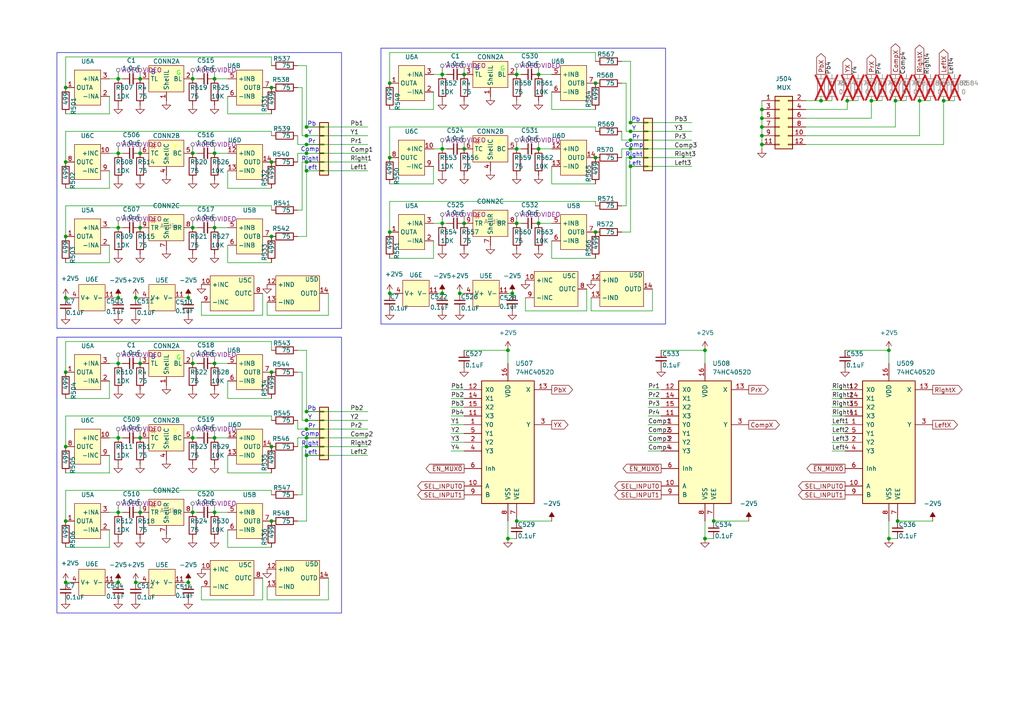
<source format=kicad_sch>
(kicad_sch (version 20250114) (generator "eeschema") (generator_version "9.0")
  (paper "A4")
  (rectangle (start 110.49 13.97) (end 193.04 93.98))
  (rectangle (start 16.51 15.24) (end 99.06 95.25))
  (rectangle (start 16.51 97.79) (end 99.06 177.8))
  (text "Comp" (at 183.896 42.164 0) (effects (font (size 1.27 1.27))))
  (text "Comp" (at 89.916 43.434 0) (effects (font (size 1.27 1.27))))
  (text "Comp" (at 89.916 125.984 0) (effects (font (size 1.27 1.27))))
  (text "Left" (at 184.15 47.498 0) (effects (font (size 1.27 1.27))))
  (text "Left" (at 90.17 48.768 0) (effects (font (size 1.27 1.27))))
  (text "Left" (at 90.17 131.318 0) (effects (font (size 1.27 1.27))))
  (text "Y" (at 183.896 37.338 0) (effects (font (size 1.27 1.27))))
  (text "Y" (at 89.916 38.608 0) (effects (font (size 1.27 1.27))))
  (text "Y" (at 89.916 121.158 0) (effects (font (size 1.27 1.27))))
  (text "Right" (at 183.896 44.958 0) (effects (font (size 1.27 1.27))))
  (text "Right" (at 89.916 46.228 0) (effects (font (size 1.27 1.27))))
  (text "Right" (at 89.916 128.778 0) (effects (font (size 1.27 1.27))))
  (text "Pb" (at 184.404 34.798 0) (effects (font (size 1.27 1.27))))
  (text "Pb" (at 90.424 36.068 0) (effects (font (size 1.27 1.27))))
  (text "Pb" (at 90.424 118.618 0) (effects (font (size 1.27 1.27))))
  (text "Pr" (at 184.404 39.878 0) (effects (font (size 1.27 1.27))))
  (text "Pr" (at 90.424 41.148 0) (effects (font (size 1.27 1.27))))
  (text "Pr" (at 90.424 123.698 0) (effects (font (size 1.27 1.27))))
  (junction (at 182.88 43.18))
  (junction (at 149.86 43.18))
  (junction (at 55.88 44.45))
  (junction (at 55.88 127))
  (junction (at 128.27 21.59))
  (junction (at 34.29 105.41))
  (junction (at 34.29 22.86))
  (junction (at 128.27 85.09))
  (junction (at 34.29 86.36))
  (junction (at 34.29 168.91))
  (junction (at 220.98 36.83))
  (junction (at 88.9 46.99))
  (junction (at 245.745 29.21))
  (junction (at 182.88 45.72))
  (junction (at 259.715 29.21))
  (junction (at 204.47 101.6))
  (junction (at 149.86 151.13))
  (junction (at 252.73 29.21))
  (junction (at 156.21 43.18))
  (junction (at 62.23 44.45))
  (junction (at 62.23 127))
  (junction (at 88.9 127))
  (junction (at 128.27 43.18))
  (junction (at 34.29 44.45))
  (junction (at 34.29 127))
  (junction (at 260.35 151.13))
  (junction (at 182.88 35.56))
  (junction (at 128.27 64.77))
  (junction (at 34.29 66.04))
  (junction (at 34.29 148.59))
  (junction (at 273.685 29.21))
  (junction (at 113.03 45.72))
  (junction (at 19.05 46.99))
  (junction (at 19.05 129.54))
  (junction (at 220.98 31.75))
  (junction (at 220.98 41.91))
  (junction (at 133.35 85.09))
  (junction (at 39.37 86.36))
  (junction (at 39.37 168.91))
  (junction (at 88.9 41.91))
  (junction (at 88.9 119.38))
  (junction (at 147.32 101.6))
  (junction (at 88.9 36.83))
  (junction (at 88.9 49.53))
  (junction (at 220.98 34.29))
  (junction (at 134.62 64.77))
  (junction (at 40.64 66.04))
  (junction (at 40.64 148.59))
  (junction (at 88.9 39.37))
  (junction (at 149.86 64.77))
  (junction (at 55.88 66.04))
  (junction (at 55.88 148.59))
  (junction (at 266.7 29.21))
  (junction (at 156.21 21.59))
  (junction (at 62.23 105.41))
  (junction (at 62.23 22.86))
  (junction (at 220.98 39.37))
  (junction (at 257.81 101.6))
  (junction (at 182.88 40.64))
  (junction (at 88.9 132.08))
  (junction (at 88.9 129.54))
  (junction (at 156.21 64.77))
  (junction (at 62.23 66.04))
  (junction (at 62.23 148.59))
  (junction (at 147.32 156.21))
  (junction (at 113.03 85.09))
  (junction (at 19.05 86.36))
  (junction (at 19.05 168.91))
  (junction (at 134.62 21.59))
  (junction (at 40.64 105.41))
  (junction (at 40.64 22.86))
  (junction (at 207.01 151.13))
  (junction (at 88.9 121.92))
  (junction (at 182.88 48.26))
  (junction (at 113.03 24.13))
  (junction (at 19.05 25.4))
  (junction (at 19.05 107.95))
  (junction (at 148.59 85.09))
  (junction (at 54.61 86.36))
  (junction (at 54.61 168.91))
  (junction (at 172.72 45.72))
  (junction (at 78.74 46.99))
  (junction (at 78.74 129.54))
  (junction (at 172.72 24.13))
  (junction (at 78.74 25.4))
  (junction (at 78.74 107.95))
  (junction (at 257.81 156.21))
  (junction (at 238.125 29.21))
  (junction (at 88.9 44.45))
  (junction (at 88.9 124.46))
  (junction (at 134.62 43.18))
  (junction (at 40.64 44.45))
  (junction (at 40.64 127))
  (junction (at 172.72 67.31))
  (junction (at 78.74 68.58))
  (junction (at 78.74 151.13))
  (junction (at 113.03 67.31))
  (junction (at 19.05 68.58))
  (junction (at 19.05 151.13))
  (junction (at 149.86 21.59))
  (junction (at 55.88 105.41))
  (junction (at 55.88 22.86))
  (junction (at 204.47 156.21))
  (junction (at 182.88 38.1))
  (wire (pts (xy 241.3 130.81) (xy 245.11 130.81)))
  (wire (pts (xy 113.03 36.83) (xy 113.03 45.72)))
  (wire (pts (xy 19.05 38.1) (xy 19.05 46.99)))
  (wire (pts (xy 19.05 120.65) (xy 19.05 129.54)))
  (wire (pts (xy 182.88 67.31) (xy 180.34 67.31)))
  (wire (pts (xy 88.9 68.58) (xy 86.36 68.58)))
  (wire (pts (xy 88.9 151.13) (xy 86.36 151.13)))
  (wire (pts (xy 187.96 130.81) (xy 191.77 130.81)))
  (wire (pts (xy 207.01 151.13) (xy 217.17 151.13)))
  (wire (pts (xy 182.88 48.26) (xy 182.88 67.31)))
  (wire (pts (xy 88.9 49.53) (xy 88.9 68.58)))
  (wire (pts (xy 88.9 132.08) (xy 88.9 151.13)))
  (wire (pts (xy 182.88 35.56) (xy 200.66 35.56)))
  (wire (pts (xy 88.9 129.54) (xy 106.68 129.54)))
  (wire (pts (xy 160.02 26.67) (xy 160.02 31.75)))
  (wire (pts (xy 66.04 27.94) (xy 66.04 33.02)))
  (wire (pts (xy 66.04 110.49) (xy 66.04 115.57)))
  (wire (pts (xy 171.45 86.36) (xy 171.45 90.17)))
  (wire (pts (xy 77.47 87.63) (xy 77.47 91.44)))
  (wire (pts (xy 77.47 170.18) (xy 77.47 173.99)))
  (wire (pts (xy 147.32 151.13) (xy 147.32 156.21)))
  (wire (pts (xy 233.68 39.37) (xy 266.7 39.37)))
  (wire (pts (xy 88.9 36.83) (xy 106.68 36.83)))
  (wire (pts (xy 130.81 130.81) (xy 134.62 130.81)))
  (wire (pts (xy 182.88 48.26) (xy 200.66 48.26)))
  (wire (pts (xy 125.73 21.59) (xy 128.27 21.59)))
  (wire (pts (xy 31.75 22.86) (xy 34.29 22.86)))
  (wire (pts (xy 31.75 105.41) (xy 34.29 105.41)))
  (wire (pts (xy 172.72 58.42) (xy 172.72 59.69)))
  (wire (pts (xy 78.74 59.69) (xy 78.74 60.96)))
  (wire (pts (xy 78.74 142.24) (xy 78.74 143.51)))
  (wire (pts (xy 182.88 40.64) (xy 180.34 40.64)))
  (wire (pts (xy 88.9 41.91) (xy 86.36 41.91)))
  (wire (pts (xy 88.9 124.46) (xy 86.36 124.46)))
  (wire (pts (xy 130.81 125.73) (xy 134.62 125.73)))
  (wire (pts (xy 181.61 38.1) (xy 181.61 24.13)))
  (wire (pts (xy 87.63 39.37) (xy 87.63 25.4)))
  (wire (pts (xy 87.63 121.92) (xy 87.63 107.95)))
  (wire (pts (xy 160.02 74.93) (xy 172.72 74.93)))
  (wire (pts (xy 66.04 76.2) (xy 78.74 76.2)))
  (wire (pts (xy 66.04 158.75) (xy 78.74 158.75)))
  (wire (pts (xy 233.68 34.29) (xy 252.73 34.29)))
  (wire (pts (xy 220.98 29.21) (xy 220.98 31.75)))
  (wire (pts (xy 147.32 101.6) (xy 147.32 105.41)))
  (wire (pts (xy 257.81 156.21) (xy 260.35 156.21)))
  (wire (pts (xy 128.27 43.18) (xy 129.54 43.18)))
  (wire (pts (xy 34.29 44.45) (xy 35.56 44.45)))
  (wire (pts (xy 34.29 127) (xy 35.56 127)))
  (wire (pts (xy 125.73 43.18) (xy 128.27 43.18)))
  (wire (pts (xy 31.75 44.45) (xy 34.29 44.45)))
  (wire (pts (xy 31.75 127) (xy 34.29 127)))
  (wire (pts (xy 125.73 26.67) (xy 125.73 31.75)))
  (wire (pts (xy 31.75 27.94) (xy 31.75 33.02)))
  (wire (pts (xy 31.75 110.49) (xy 31.75 115.57)))
  (wire (pts (xy 233.68 31.75) (xy 245.745 31.75)))
  (wire (pts (xy 259.715 36.83) (xy 259.715 29.21)))
  (wire (pts (xy 113.03 58.42) (xy 172.72 58.42)))
  (wire (pts (xy 19.05 59.69) (xy 78.74 59.69)))
  (wire (pts (xy 19.05 142.24) (xy 78.74 142.24)))
  (wire (pts (xy 187.96 113.03) (xy 191.77 113.03)))
  (wire (pts (xy 187.96 123.19) (xy 191.77 123.19)))
  (wire (pts (xy 241.3 125.73) (xy 245.11 125.73)))
  (wire (pts (xy 252.73 34.29) (xy 252.73 29.21)))
  (wire (pts (xy 182.88 45.72) (xy 200.66 45.72)))
  (wire (pts (xy 181.61 24.13) (xy 180.34 24.13)))
  (wire (pts (xy 87.63 25.4) (xy 86.36 25.4)))
  (wire (pts (xy 87.63 107.95) (xy 86.36 107.95)))
  (wire (pts (xy 238.125 29.21) (xy 241.3 29.21)))
  (wire (pts (xy 189.23 90.17) (xy 171.45 90.17)))
  (wire (pts (xy 95.25 91.44) (xy 77.47 91.44)))
  (wire (pts (xy 95.25 173.99) (xy 77.47 173.99)))
  (wire (pts (xy 88.9 119.38) (xy 106.68 119.38)))
  (wire (pts (xy 88.9 124.46) (xy 106.68 124.46)))
  (wire (pts (xy 241.3 128.27) (xy 245.11 128.27)))
  (wire (pts (xy 147.32 156.21) (xy 149.86 156.21)))
  (wire (pts (xy 128.27 64.77) (xy 129.54 64.77)))
  (wire (pts (xy 34.29 66.04) (xy 35.56 66.04)))
  (wire (pts (xy 34.29 148.59) (xy 35.56 148.59)))
  (wire (pts (xy 252.73 29.21) (xy 255.905 29.21)))
  (wire (pts (xy 125.73 69.85) (xy 125.73 74.93)))
  (wire (pts (xy 31.75 71.12) (xy 31.75 76.2)))
  (wire (pts (xy 31.75 153.67) (xy 31.75 158.75)))
  (wire (pts (xy 88.9 121.92) (xy 106.68 121.92)))
  (wire (pts (xy 134.62 101.6) (xy 147.32 101.6)))
  (wire (pts (xy 245.745 29.21) (xy 248.92 29.21)))
  (wire (pts (xy 130.81 128.27) (xy 134.62 128.27)))
  (wire (pts (xy 241.3 115.57) (xy 245.11 115.57)))
  (wire (pts (xy 113.03 31.75) (xy 125.73 31.75)))
  (wire (pts (xy 19.05 33.02) (xy 31.75 33.02)))
  (wire (pts (xy 19.05 115.57) (xy 31.75 115.57)))
  (wire (pts (xy 220.98 41.91) (xy 220.98 43.18)))
  (wire (pts (xy 180.34 40.64) (xy 180.34 38.1)))
  (wire (pts (xy 86.36 41.91) (xy 86.36 39.37)))
  (wire (pts (xy 86.36 124.46) (xy 86.36 121.92)))
  (wire (pts (xy 187.96 125.73) (xy 191.77 125.73)))
  (wire (pts (xy 266.7 39.37) (xy 266.7 29.21)))
  (wire (pts (xy 181.61 59.69) (xy 181.61 45.72)))
  (wire (pts (xy 87.63 60.96) (xy 87.63 46.99)))
  (wire (pts (xy 87.63 143.51) (xy 87.63 129.54)))
  (wire (pts (xy 170.18 83.82) (xy 170.18 90.17)))
  (wire (pts (xy 76.2 85.09) (xy 76.2 91.44)))
  (wire (pts (xy 76.2 167.64) (xy 76.2 173.99)))
  (wire (pts (xy 204.47 156.21) (xy 207.01 156.21)))
  (wire (pts (xy 130.81 120.65) (xy 134.62 120.65)))
  (wire (pts (xy 172.72 36.83) (xy 172.72 38.1)))
  (wire (pts (xy 78.74 38.1) (xy 78.74 39.37)))
  (wire (pts (xy 78.74 120.65) (xy 78.74 121.92)))
  (wire (pts (xy 156.21 64.77) (xy 160.02 64.77)))
  (wire (pts (xy 62.23 66.04) (xy 66.04 66.04)))
  (wire (pts (xy 62.23 148.59) (xy 66.04 148.59)))
  (wire (pts (xy 88.9 46.99) (xy 106.68 46.99)))
  (wire (pts (xy 241.3 113.03) (xy 245.11 113.03)))
  (wire (pts (xy 130.81 118.11) (xy 134.62 118.11)))
  (wire (pts (xy 233.68 29.21) (xy 238.125 29.21)))
  (wire (pts (xy 220.98 36.83) (xy 220.98 39.37)))
  (wire (pts (xy 172.72 15.24) (xy 172.72 17.78)))
  (wire (pts (xy 78.74 16.51) (xy 78.74 19.05)))
  (wire (pts (xy 78.74 99.06) (xy 78.74 101.6)))
  (wire (pts (xy 220.98 31.75) (xy 220.98 34.29)))
  (wire (pts (xy 187.96 128.27) (xy 191.77 128.27)))
  (wire (pts (xy 160.02 48.26) (xy 160.02 53.34)))
  (wire (pts (xy 66.04 49.53) (xy 66.04 54.61)))
  (wire (pts (xy 66.04 132.08) (xy 66.04 137.16)))
  (wire (pts (xy 130.81 123.19) (xy 134.62 123.19)))
  (wire (pts (xy 113.03 36.83) (xy 172.72 36.83)))
  (wire (pts (xy 19.05 38.1) (xy 78.74 38.1)))
  (wire (pts (xy 19.05 120.65) (xy 78.74 120.65)))
  (wire (pts (xy 245.11 101.6) (xy 257.81 101.6)))
  (wire (pts (xy 182.88 38.1) (xy 181.61 38.1)))
  (wire (pts (xy 88.9 39.37) (xy 87.63 39.37)))
  (wire (pts (xy 88.9 121.92) (xy 87.63 121.92)))
  (wire (pts (xy 160.02 31.75) (xy 172.72 31.75)))
  (wire (pts (xy 66.04 33.02) (xy 78.74 33.02)))
  (wire (pts (xy 66.04 115.57) (xy 78.74 115.57)))
  (wire (pts (xy 191.77 101.6) (xy 204.47 101.6)))
  (wire (pts (xy 187.96 120.65) (xy 191.77 120.65)))
  (wire (pts (xy 182.88 40.64) (xy 200.66 40.64)))
  (wire (pts (xy 245.745 31.75) (xy 245.745 29.21)))
  (wire (pts (xy 128.27 21.59) (xy 129.54 21.59)))
  (wire (pts (xy 34.29 105.41) (xy 35.56 105.41)))
  (wire (pts (xy 34.29 22.86) (xy 35.56 22.86)))
  (wire (pts (xy 181.61 45.72) (xy 182.88 45.72)))
  (wire (pts (xy 87.63 46.99) (xy 88.9 46.99)))
  (wire (pts (xy 87.63 129.54) (xy 88.9 129.54)))
  (wire (pts (xy 113.03 74.93) (xy 125.73 74.93)))
  (wire (pts (xy 19.05 76.2) (xy 31.75 76.2)))
  (wire (pts (xy 19.05 158.75) (xy 31.75 158.75)))
  (wire (pts (xy 189.23 83.82) (xy 189.23 90.17)))
  (wire (pts (xy 95.25 85.09) (xy 95.25 91.44)))
  (wire (pts (xy 95.25 167.64) (xy 95.25 173.99)))
  (wire (pts (xy 259.715 29.21) (xy 262.89 29.21)))
  (wire (pts (xy 113.03 15.24) (xy 113.03 24.13)))
  (wire (pts (xy 19.05 99.06) (xy 19.05 107.95)))
  (wire (pts (xy 19.05 16.51) (xy 19.05 25.4)))
  (wire (pts (xy 187.96 115.57) (xy 191.77 115.57)))
  (wire (pts (xy 88.9 127) (xy 106.68 127)))
  (wire (pts (xy 88.9 39.37) (xy 106.68 39.37)))
  (wire (pts (xy 233.68 41.91) (xy 273.685 41.91)))
  (wire (pts (xy 187.96 118.11) (xy 191.77 118.11)))
  (wire (pts (xy 180.34 43.18) (xy 182.88 43.18)))
  (wire (pts (xy 86.36 44.45) (xy 88.9 44.45)))
  (wire (pts (xy 86.36 127) (xy 88.9 127)))
  (wire (pts (xy 182.88 43.18) (xy 200.66 43.18)))
  (wire (pts (xy 182.88 35.56) (xy 182.88 17.78)))
  (wire (pts (xy 88.9 36.83) (xy 88.9 19.05)))
  (wire (pts (xy 88.9 119.38) (xy 88.9 101.6)))
  (wire (pts (xy 133.35 85.09) (xy 134.62 85.09)))
  (wire (pts (xy 39.37 86.36) (xy 40.64 86.36)))
  (wire (pts (xy 39.37 168.91) (xy 40.64 168.91)))
  (wire (pts (xy 125.73 64.77) (xy 128.27 64.77)))
  (wire (pts (xy 31.75 66.04) (xy 34.29 66.04)))
  (wire (pts (xy 31.75 148.59) (xy 34.29 148.59)))
  (wire (pts (xy 273.685 29.21) (xy 276.86 29.21)))
  (wire (pts (xy 88.9 44.45) (xy 106.68 44.45)))
  (wire (pts (xy 88.9 41.91) (xy 106.68 41.91)))
  (wire (pts (xy 160.02 53.34) (xy 172.72 53.34)))
  (wire (pts (xy 66.04 54.61) (xy 78.74 54.61)))
  (wire (pts (xy 66.04 137.16) (xy 78.74 137.16)))
  (wire (pts (xy 160.02 69.85) (xy 160.02 74.93)))
  (wire (pts (xy 66.04 71.12) (xy 66.04 76.2)))
  (wire (pts (xy 66.04 153.67) (xy 66.04 158.75)))
  (wire (pts (xy 88.9 132.08) (xy 106.68 132.08)))
  (wire (pts (xy 127 85.09) (xy 128.27 85.09)))
  (wire (pts (xy 33.02 86.36) (xy 34.29 86.36)))
  (wire (pts (xy 33.02 168.91) (xy 34.29 168.91)))
  (wire (pts (xy 113.03 58.42) (xy 113.03 67.31)))
  (wire (pts (xy 19.05 59.69) (xy 19.05 68.58)))
  (wire (pts (xy 19.05 142.24) (xy 19.05 151.13)))
  (wire (pts (xy 113.03 53.34) (xy 125.73 53.34)))
  (wire (pts (xy 19.05 54.61) (xy 31.75 54.61)))
  (wire (pts (xy 19.05 137.16) (xy 31.75 137.16)))
  (wire (pts (xy 180.34 45.72) (xy 180.34 43.18)))
  (wire (pts (xy 86.36 46.99) (xy 86.36 44.45)))
  (wire (pts (xy 86.36 129.54) (xy 86.36 127)))
  (wire (pts (xy 113.03 15.24) (xy 172.72 15.24)))
  (wire (pts (xy 19.05 99.06) (xy 78.74 99.06)))
  (wire (pts (xy 19.05 16.51) (xy 78.74 16.51)))
  (wire (pts (xy 152.4 90.17) (xy 152.4 86.36)))
  (wire (pts (xy 58.42 91.44) (xy 58.42 87.63)))
  (wire (pts (xy 58.42 173.99) (xy 58.42 170.18)))
  (wire (pts (xy 130.81 113.03) (xy 134.62 113.03)))
  (wire (pts (xy 149.86 64.77) (xy 151.13 64.77)))
  (wire (pts (xy 55.88 66.04) (xy 57.15 66.04)))
  (wire (pts (xy 55.88 148.59) (xy 57.15 148.59)))
  (wire (pts (xy 88.9 49.53) (xy 106.68 49.53)))
  (wire (pts (xy 241.3 120.65) (xy 245.11 120.65)))
  (wire (pts (xy 273.685 41.91) (xy 273.685 29.21)))
  (wire (pts (xy 182.88 38.1) (xy 200.66 38.1)))
  (wire (pts (xy 260.35 151.13) (xy 270.51 151.13)))
  (wire (pts (xy 204.47 151.13) (xy 204.47 156.21)))
  (wire (pts (xy 241.3 123.19) (xy 245.11 123.19)))
  (wire (pts (xy 257.81 101.6) (xy 257.81 105.41)))
  (wire (pts (xy 220.98 34.29) (xy 220.98 36.83)))
  (wire (pts (xy 170.18 90.17) (xy 152.4 90.17)))
  (wire (pts (xy 76.2 91.44) (xy 58.42 91.44)))
  (wire (pts (xy 76.2 173.99) (xy 58.42 173.99)))
  (wire (pts (xy 204.47 101.6) (xy 204.47 105.41)))
  (wire (pts (xy 233.68 36.83) (xy 259.715 36.83)))
  (wire (pts (xy 241.3 118.11) (xy 245.11 118.11)))
  (wire (pts (xy 130.81 115.57) (xy 134.62 115.57)))
  (wire (pts (xy 149.86 43.18) (xy 151.13 43.18)))
  (wire (pts (xy 55.88 44.45) (xy 57.15 44.45)))
  (wire (pts (xy 55.88 127) (xy 57.15 127)))
  (wire (pts (xy 156.21 43.18) (xy 160.02 43.18)))
  (wire (pts (xy 62.23 44.45) (xy 66.04 44.45)))
  (wire (pts (xy 62.23 127) (xy 66.04 127)))
  (wire (pts (xy 147.32 85.09) (xy 148.59 85.09)))
  (wire (pts (xy 53.34 86.36) (xy 54.61 86.36)))
  (wire (pts (xy 53.34 168.91) (xy 54.61 168.91)))
  (wire (pts (xy 220.98 39.37) (xy 220.98 41.91)))
  (wire (pts (xy 113.03 85.09) (xy 114.3 85.09)))
  (wire (pts (xy 19.05 86.36) (xy 20.32 86.36)))
  (wire (pts (xy 19.05 168.91) (xy 20.32 168.91)))
  (wire (pts (xy 149.86 21.59) (xy 151.13 21.59)))
  (wire (pts (xy 55.88 105.41) (xy 57.15 105.41)))
  (wire (pts (xy 55.88 22.86) (xy 57.15 22.86)))
  (wire (pts (xy 257.81 151.13) (xy 257.81 156.21)))
  (wire (pts (xy 156.21 21.59) (xy 160.02 21.59)))
  (wire (pts (xy 62.23 105.41) (xy 66.04 105.41)))
  (wire (pts (xy 62.23 22.86) (xy 66.04 22.86)))
  (wire (pts (xy 266.7 29.21) (xy 269.875 29.21)))
  (wire (pts (xy 125.73 48.26) (xy 125.73 53.34)))
  (wire (pts (xy 31.75 49.53) (xy 31.75 54.61)))
  (wire (pts (xy 31.75 132.08) (xy 31.75 137.16)))
  (wire (pts (xy 180.34 59.69) (xy 181.61 59.69)))
  (wire (pts (xy 86.36 60.96) (xy 87.63 60.96)))
  (wire (pts (xy 86.36 143.51) (xy 87.63 143.51)))
  (wire (pts (xy 180.34 17.78) (xy 182.88 17.78)))
  (wire (pts (xy 86.36 19.05) (xy 88.9 19.05)))
  (wire (pts (xy 86.36 101.6) (xy 88.9 101.6)))
  (wire (pts (xy 149.86 151.13) (xy 160.02 151.13)))
  (label "Y3" (at 195.58 38.1 0))
  (label "Comp3" (at 187.96 128.27 0))
  (label "Pb2" (at 101.6 119.38 0))
  (label "Right1" (at 101.6 46.99 0))
  (label "Left4" (at 241.3 130.81 0))
  (label "Left3" (at 241.3 128.27 0))
  (label "Comp2" (at 101.6 127 0))
  (label "Comp4" (at 262.89 21.59 90))
  (label "Right3" (at 241.3 118.11 0))
  (label "Right2" (at 241.3 115.57 0))
  (label "Left4" (at 276.86 21.59 90))
  (label "Pb3" (at 195.58 35.56 0))
  (label "Comp4" (at 187.96 130.81 0))
  (label "Pr4" (at 187.96 120.65 0))
  (label "Pr3" (at 195.58 40.64 0))
  (label "Pr4" (at 255.905 21.59 90))
  (label "Pb1" (at 130.81 113.03 0))
  (label "Y1" (at 101.6 39.37 0))
  (label "Left2" (at 241.3 125.73 0))
  (label "Right4" (at 241.3 120.65 0))
  (label "Y3" (at 130.81 128.27 0))
  (label "Pr2" (at 187.96 115.57 0))
  (label "Left2" (at 101.6 132.08 0))
  (label "Comp2" (at 187.96 125.73 0))
  (label "Pb2" (at 130.81 115.57 0))
  (label "Pr1" (at 187.96 113.03 0))
  (label "Right2" (at 101.6 129.54 0))
  (label "Left1" (at 241.3 123.19 0))
  (label "Y2" (at 130.81 125.73 0))
  (label "Left1" (at 101.6 49.53 0))
  (label "Pr2" (at 101.6 124.46 0))
  (label "Pb4" (at 241.3 21.59 90))
  (label "Y4" (at 248.92 21.59 90))
  (label "Y2" (at 101.6 121.92 0))
  (label "Pr1" (at 101.6 41.91 0))
  (label "Right4" (at 269.875 21.59 90))
  (label "Right3" (at 195.58 45.72 0))
  (label "Pr3" (at 187.96 118.11 0))
  (label "Left3" (at 195.58 48.26 0))
  (label "Comp1" (at 101.6 44.45 0))
  (label "Comp1" (at 187.96 123.19 0))
  (label "Pb1" (at 101.6 36.83 0))
  (label "Y4" (at 130.81 130.81 0))
  (label "Right1" (at 241.3 113.03 0))
  (label "Comp3" (at 195.58 43.18 0))
  (label "Pb4" (at 130.81 120.65 0))
  (label "Y1" (at 130.81 123.19 0))
  (label "Pb3" (at 130.81 118.11 0))
  (global_label "SEL_INPUT0" (shape output) (at 191.77 140.97 180) (property "Intersheetrefs" "${INTERSHEET_REFS}" (effects (hide yes))))
  (global_label "~{EN_MUX0}" (shape output) (at 191.77 135.89 180) (property "Intersheetrefs" "${INTERSHEET_REFS}" (effects (hide yes))))
  (global_label "CompX" (shape output) (at 217.17 123.19 0) (property "Intersheetrefs" "${INTERSHEET_REFS}" (effects (hide yes))))
  (global_label "PbX" (shape output) (at 160.02 113.03 0) (property "Intersheetrefs" "${INTERSHEET_REFS}" (effects (hide yes))))
  (global_label "SEL_INPUT1" (shape output) (at 191.77 143.51 180) (property "Intersheetrefs" "${INTERSHEET_REFS}" (effects (hide yes))))
  (global_label "YX" (shape output) (at 160.02 123.19 0) (property "Intersheetrefs" "${INTERSHEET_REFS}" (effects (hide yes))))
  (global_label "CompX" (shape output) (at 259.715 21.59 90) (property "Intersheetrefs" "${INTERSHEET_REFS}" (effects (hide yes))))
  (global_label "PrX" (shape output) (at 217.17 113.03 0) (property "Intersheetrefs" "${INTERSHEET_REFS}" (effects (hide yes))))
  (global_label "SEL_INPUT1" (shape output) (at 134.62 143.51 180) (property "Intersheetrefs" "${INTERSHEET_REFS}" (effects (hide yes))))
  (global_label "RightX" (shape output) (at 270.51 113.03 0) (property "Intersheetrefs" "${INTERSHEET_REFS}" (effects (hide yes))))
  (global_label "SEL_INPUT1" (shape output) (at 245.11 143.51 180) (property "Intersheetrefs" "${INTERSHEET_REFS}" (effects (hide yes))))
  (global_label "YX" (shape output) (at 245.745 21.59 90) (property "Intersheetrefs" "${INTERSHEET_REFS}" (effects (hide yes))))
  (global_label "~{EN_MUX0}" (shape output) (at 245.11 135.89 180) (property "Intersheetrefs" "${INTERSHEET_REFS}" (effects (hide yes))))
  (global_label "~{EN_MUX0}" (shape output) (at 134.62 135.89 180) (property "Intersheetrefs" "${INTERSHEET_REFS}" (effects (hide yes))))
  (global_label "LeftX" (shape output) (at 273.685 21.59 90) (property "Intersheetrefs" "${INTERSHEET_REFS}" (effects (hide yes))))
  (global_label "RightX" (shape output) (at 266.7 21.59 90) (property "Intersheetrefs" "${INTERSHEET_REFS}" (effects (hide yes))))
  (global_label "PbX" (shape output) (at 238.125 21.59 90) (property "Intersheetrefs" "${INTERSHEET_REFS}" (effects (hide yes))))
  (global_label "SEL_INPUT0" (shape output) (at 245.11 140.97 180) (property "Intersheetrefs" "${INTERSHEET_REFS}" (effects (hide yes))))
  (global_label "SEL_INPUT0" (shape output) (at 134.62 140.97 180) (property "Intersheetrefs" "${INTERSHEET_REFS}" (effects (hide yes))))
  (global_label "PrX" (shape output) (at 252.73 21.59 90) (property "Intersheetrefs" "${INTERSHEET_REFS}" (effects (hide yes))))
  (global_label "LeftX" (shape output) (at 270.51 123.19 0) (property "Intersheetrefs" "${INTERSHEET_REFS}" (effects (hide yes))))
  (netclass_flag "" (length 2.54) (shape round) (at 55.88 127 0) (property "Netclass" "VIDEO" (at 56.5785 124.46 0) (effects (justify left))))
  (netclass_flag "" (length 2.54) (shape round) (at 34.29 127 0) (property "Netclass" "VIDEO" (at 34.9885 124.46 0) (effects (justify left))))
  (netclass_flag "" (length 2.54) (shape round) (at 62.23 44.45 0) (property "Netclass" "VIDEO" (at 62.9285 41.91 0) (effects (justify left))))
  (netclass_flag "" (length 2.54) (shape round) (at 34.29 148.59 0) (property "Netclass" "VIDEO" (at 34.9885 146.05 0) (effects (justify left))))
  (netclass_flag "" (length 2.54) (shape round) (at 62.23 66.04 0) (property "Netclass" "VIDEO" (at 62.9285 63.5 0) (effects (justify left))))
  (netclass_flag "" (length 2.54) (shape round) (at 55.88 22.86 0) (property "Netclass" "VIDEO" (at 56.5785 20.32 0) (effects (justify left))))
  (netclass_flag "" (length 2.54) (shape round) (at 134.62 21.59 0) (property "Netclass" "VIDEO" (at 135.3185 19.05 0) (effects (justify left))))
  (netclass_flag "" (length 2.54) (shape round) (at 40.64 44.45 0) (property "Netclass" "VIDEO" (at 41.3385 41.91 0) (effects (justify left))))
  (netclass_flag "" (length 2.54) (shape round) (at 40.64 22.86 0) (property "Netclass" "VIDEO" (at 41.3385 20.32 0) (effects (justify left))))
  (netclass_flag "" (length 2.54) (shape round) (at 40.64 127 0) (property "Netclass" "VIDEO" (at 41.3385 124.46 0) (effects (justify left))))
  (netclass_flag "" (length 2.54) (shape round) (at 156.21 43.18 0) (property "Netclass" "VIDEO" (at 156.9085 40.64 0) (effects (justify left))))
  (netclass_flag "" (length 2.54) (shape round) (at 62.23 105.41 0) (property "Netclass" "VIDEO" (at 62.9285 102.87 0) (effects (justify left))))
  (netclass_flag "" (length 2.54) (shape round) (at 149.86 21.59 0) (property "Netclass" "VIDEO" (at 150.5585 19.05 0) (effects (justify left))))
  (netclass_flag "" (length 2.54) (shape round) (at 34.29 44.45 0) (property "Netclass" "VIDEO" (at 34.9885 41.91 0) (effects (justify left))))
  (netclass_flag "" (length 2.54) (shape round) (at 134.62 64.77 0) (property "Netclass" "VIDEO" (at 135.3185 62.23 0) (effects (justify left))))
  (netclass_flag "" (length 2.54) (shape round) (at 62.23 22.86 0) (property "Netclass" "VIDEO" (at 62.9285 20.32 0) (effects (justify left))))
  (netclass_flag "" (length 2.54) (shape round) (at 128.27 21.59 0) (property "Netclass" "VIDEO" (at 128.9685 19.05 0) (effects (justify left))))
  (netclass_flag "" (length 2.54) (shape round) (at 55.88 148.59 0) (property "Netclass" "VIDEO" (at 56.5785 146.05 0) (effects (justify left))))
  (netclass_flag "" (length 2.54) (shape round) (at 149.86 43.18 0) (property "Netclass" "VIDEO" (at 150.5585 40.64 0) (effects (justify left))))
  (netclass_flag "" (length 2.54) (shape round) (at 40.64 66.04 0) (property "Netclass" "VIDEO" (at 41.3385 63.5 0) (effects (justify left))))
  (netclass_flag "" (length 2.54) (shape round) (at 55.88 66.04 0) (property "Netclass" "VIDEO" (at 56.5785 63.5 0) (effects (justify left))))
  (netclass_flag "" (length 2.54) (shape round) (at 34.29 22.86 0) (property "Netclass" "VIDEO" (at 34.9885 20.32 0) (effects (justify left))))
  (netclass_flag "" (length 2.54) (shape round) (at 156.21 21.59 0) (property "Netclass" "VIDEO" (at 156.9085 19.05 0) (effects (justify left))))
  (netclass_flag "" (length 2.54) (shape round) (at 55.88 105.41 0) (property "Netclass" "VIDEO" (at 56.5785 102.87 0) (effects (justify left))))
  (netclass_flag "" (length 2.54) (shape round) (at 62.23 127 0) (property "Netclass" "VIDEO" (at 62.9285 124.46 0) (effects (justify left))))
  (netclass_flag "" (length 2.54) (shape round) (at 40.64 148.59 0) (property "Netclass" "VIDEO" (at 41.3385 146.05 0) (effects (justify left))))
  (netclass_flag "" (length 2.54) (shape round) (at 40.64 105.41 0) (property "Netclass" "VIDEO" (at 41.3385 102.87 0) (effects (justify left))))
  (netclass_flag "" (length 2.54) (shape round) (at 128.27 64.77 0) (property "Netclass" "VIDEO" (at 128.9685 62.23 0) (effects (justify left))))
  (netclass_flag "" (length 2.54) (shape round) (at 34.29 66.04 0) (property "Netclass" "VIDEO" (at 34.9885 63.5 0) (effects (justify left))))
  (netclass_flag "" (length 2.54) (shape round) (at 34.29 105.41 0) (property "Netclass" "VIDEO" (at 34.9885 102.87 0) (effects (justify left))))
  (netclass_flag "" (length 2.54) (shape round) (at 128.27 43.18 0) (property "Netclass" "VIDEO" (at 128.9685 40.64 0) (effects (justify left))))
  (netclass_flag "" (length 2.54) (shape round) (at 134.62 43.18 0) (property "Netclass" "VIDEO" (at 135.3185 40.64 0) (effects (justify left))))
  (netclass_flag "" (length 2.54) (shape round) (at 156.21 64.77 0) (property "Netclass" "VIDEO" (at 156.9085 62.23 0) (effects (justify left))))
  (netclass_flag "" (length 2.54) (shape round) (at 62.23 148.59 0) (property "Netclass" "VIDEO" (at 62.9285 146.05 0) (effects (justify left))))
  (netclass_flag "" (length 2.54) (shape round) (at 55.88 44.45 0) (property "Netclass" "VIDEO" (at 56.5785 41.91 0) (effects (justify left))))
  (netclass_flag "" (length 2.54) (shape round) (at 149.86 64.77 0) (property "Netclass" "VIDEO" (at 150.5585 62.23 0) (effects (justify left))))
  (symbol (lib_id "power:GND") (at 34.29 73.66 0) (unit 1)
    (property "Reference" "#PWR0507" (effects (hide yes)))
    (property "Value" "GND" (effects (hide yes)))
    (property "Description" "Power symbol creates a global label with name \"GND\" , ground" (effects (hide yes)))
  )
  (symbol (lib_id "power:GND") (at 171.45 81.28 0) (unit 1)
    (property "Reference" "#PWR0579" (effects (hide yes)))
    (property "Value" "GND" (effects (hide yes)))
    (property "Description" "Power symbol creates a global label with name \"GND\" , ground" (effects (hide yes)))
  )
  (symbol (lib_id "Device:R") (at 34.29 48.26 0) (unit 1)
    (property "Reference" "R508" (at 33.528 46.99 0) (effects (justify left)))
    (property "Value" "10K" (at 33.782 49.53 0) (effects (justify left)))
    (property "Footprint" "Resistor_SMD:R_0805_2012Metric" (effects (hide yes)))
    (property "Description" "Resistor" (effects (hide yes)))
  )
  (symbol (lib_id "avswitch:RCJ-61") (at 48.26 107.95 0) (unit 1)
    (property "Reference" "CONN502" (at 48.26 100.33 0))
    (property "Footprint" "avswitch:RCJ-61" (effects (hide yes)))
    (property "Datasheet" "https://www.sameskydevices.com/product/resource/rcj-61.pdf" (effects (hide yes)))
    (property "Description" "Same Sky (formerly CUI) RCJ-61 Series 3x2 RCA block" (effects (hide yes)))
    (instances (project "" (path "" (reference "CONN2") (unit 1)) (path "" (reference "CONN502") (unit 1))))
  )
  (symbol (lib_id "Device:R") (at 55.88 69.85 0) (unit 1)
    (property "Reference" "R521" (at 55.118 68.58 0) (effects (justify left)))
    (property "Value" "75" (at 55.118 71.12 0) (effects (justify left)))
    (property "Footprint" "Resistor_SMD:R_0805_2012Metric" (effects (hide yes)))
    (property "Description" "Resistor" (effects (hide yes)))
  )
  (symbol (lib_id "avswitch:RS8754") (at 86.36 97.79 0) (unit 2)
    (property "Reference" "U502" (at 90.424 81.026 0))
    (property "Value" "RS8754" (effects (hide yes)))
    (property "Footprint" "Package_SO:SOIC-14_3.9x8.7mm_P1.27mm" (effects (hide yes)))
    (property "Datasheet" "https://www.lcsc.com/datasheet/lcsc_datasheet_2405271615_Jiangsu-RUNIC-Tech-RS8754XP_C255420.pdf" (effects (hide yes)))
    (property "Description" "250MHz, Rail-to-Rail Output CMOS Operational Amplifier" (effects (hide yes)))
    (instances (project "" (path "" (reference "U5") (unit 4)) (path "" (reference "U502") (unit 2))))
  )
  (symbol (lib_id "Connector_Generic:Conn_01x06") (at 187.96 40.64 0) (unit 1) (exclude_from_sim yes) (in_bom no) (on_board no)
    (property "Reference" "J503" (effects (hide yes)))
    (property "Value" "Conn_01x06" (effects (hide yes)))
    (property "Description" "Generic connector, single row, 01x06, script generated (kicad-library-utils/schlib/autogen/connector/)" (effects (hide yes)))
    (instances (project "" (path "" (reference "J4") (unit 1)) (path "" (reference "J503") (unit 1))))
  )
  (symbol (lib_id "Device:R") (at 55.88 48.26 0) (unit 1)
    (property "Reference" "R520" (at 55.118 46.99 0) (effects (justify left)))
    (property "Value" "75" (at 55.118 49.53 0) (effects (justify left)))
    (property "Footprint" "Resistor_SMD:R_0805_2012Metric" (effects (hide yes)))
    (property "Description" "Resistor" (effects (hide yes)))
  )
  (symbol (lib_id "Device:C_Small") (at 38.1 44.45 90) (unit 1)
    (property "Reference" "C506" (at 38.1 39.116 90))
    (property "Value" "1.0uF" (at 38.1 41.402 90))
    (property "Footprint" "Capacitor_SMD:C_0402_1005Metric" (effects (hide yes)))
    (property "Description" "Unpolarized capacitor, small symbol" (effects (hide yes)))
  )
  (symbol (lib_id "4xxx:4052") (at 257.81 128.27 0) (unit 1)
    (property "Reference" "U509" (at 259.9533 105.41 0) (effects (justify left)))
    (property "Value" "74HC4052D" (at 259.9533 107.95 0) (effects (justify left)))
    (property "Footprint" "Package_SO:SOIC-16_3.9x9.9mm_P1.27mm" (effects (hide yes)))
    (property "Datasheet" "https://assets.nexperia.com/documents/data-sheet/74HC_HCT4052.pdf" (effects (hide yes)))
    (property "Description" "Dual Analog Multiplexer 4 to 1 line" (effects (hide yes)))
  )
  (symbol (lib_id "power:GND") (at 48.26 50.8 0) (unit 1)
    (property "Reference" "#PWR0526" (effects (hide yes)))
    (property "Value" "GND" (effects (hide yes)))
    (property "Description" "Power symbol creates a global label with name \"GND\" , ground" (effects (hide yes)))
  )
  (symbol (lib_id "Device:C_Small") (at 39.37 88.9 0) (unit 1)
    (property "Reference" "C511" (at 39.624 87.376 0) (effects (justify left)))
    (property "Value" "0.1uF" (at 39.624 90.678 0) (effects (justify left)))
    (property "Footprint" "Capacitor_SMD:C_0402_1005Metric" (effects (hide yes)))
    (property "Description" "Unpolarized capacitor, small symbol" (effects (hide yes)))
  )
  (symbol (lib_id "Device:R") (at 266.7 25.4 180) (unit 1) (dnp yes)
    (property "Reference" "R581" (at 268.605 24.1299 0) (effects (justify right)))
    (property "Value" "0" (at 268.605 26.6699 0) (effects (justify right)))
    (property "Footprint" "Resistor_SMD:R_0805_2012Metric" (effects (hide yes)))
    (property "Description" "Resistor" (effects (hide yes)))
  )
  (symbol (lib_name "RS8754_3") (lib_id "avswitch:RS8754") (at 72.39 81.28 0) (unit 1)
    (property "Reference" "U502" (at 72.39 60.96 0))
    (property "Value" "RS8754" (effects (hide yes)))
    (property "Footprint" "Package_SO:SOIC-14_3.9x8.7mm_P1.27mm" (effects (hide yes)))
    (property "Datasheet" "https://www.lcsc.com/datasheet/lcsc_datasheet_2405271615_Jiangsu-RUNIC-Tech-RS8754XP_C255420.pdf" (effects (hide yes)))
    (property "Description" "250MHz, Rail-to-Rail Output CMOS Operational Amplifier" (effects (hide yes)))
    (instances (project "" (path "" (reference "U5") (unit 2)) (path "" (reference "U502") (unit 1))))
  )
  (symbol (lib_id "avswitch:RS8754") (at 161.29 96.52 0) (unit 3)
    (property "Reference" "U506" (at 165.1 80.01 0))
    (property "Value" "RS8754" (effects (hide yes)))
    (property "Footprint" "Package_SO:SOIC-14_3.9x8.7mm_P1.27mm" (effects (hide yes)))
    (property "Datasheet" "https://www.lcsc.com/datasheet/lcsc_datasheet_2405271615_Jiangsu-RUNIC-Tech-RS8754XP_C255420.pdf" (effects (hide yes)))
    (property "Description" "250MHz, Rail-to-Rail Output CMOS Operational Amplifier" (effects (hide yes)))
    (instances (project "" (path "" (reference "U5") (unit 3)) (path "" (reference "U506") (unit 3))))
  )
  (symbol (lib_id "power:GND") (at 77.47 165.1 0) (unit 1)
    (property "Reference" "#PWR0550" (effects (hide yes)))
    (property "Value" "GND" (effects (hide yes)))
    (property "Description" "Power symbol creates a global label with name \"GND\" , ground" (effects (hide yes)))
  )
  (symbol (lib_id "power:GND") (at 40.64 156.21 0) (unit 1)
    (property "Reference" "#PWR0524" (effects (hide yes)))
    (property "Value" "GND" (effects (hide yes)))
    (property "Description" "Power symbol creates a global label with name \"GND\" , ground" (effects (hide yes)))
  )
  (symbol (lib_id "avswitch:RCJ-61") (at 48.26 46.99 0) (unit 2)
    (property "Reference" "CONN501" (at 48.26 39.37 0))
    (property "Footprint" "avswitch:RCJ-61" (effects (hide yes)))
    (property "Datasheet" "https://www.sameskydevices.com/product/resource/rcj-61.pdf" (effects (hide yes)))
    (property "Description" "Same Sky (formerly CUI) RCJ-61 Series 3x2 RCA block" (effects (hide yes)))
    (instances (project "" (path "" (reference "CONN2") (unit 2)) (path "" (reference "CONN501") (unit 2))))
  )
  (symbol (lib_id "power:GND") (at 134.62 29.21 0) (unit 1)
    (property "Reference" "#PWR0560" (effects (hide yes)))
    (property "Value" "GND" (effects (hide yes)))
    (property "Description" "Power symbol creates a global label with name \"GND\" , ground" (effects (hide yes)))
  )
  (symbol (lib_id "Device:R") (at 82.55 101.6 90) (unit 1)
    (property "Reference" "R543" (at 84.328 99.568 90) (effects (justify left)))
    (property "Value" "75" (at 84.328 101.6 90) (effects (justify left)))
    (property "Footprint" "Resistor_SMD:R_0805_2012Metric" (effects (hide yes)))
    (property "Description" "Resistor" (effects (hide yes)))
  )
  (symbol (lib_id "Device:R") (at 134.62 46.99 0) (unit 1)
    (property "Reference" "R556" (at 133.858 45.72 0) (effects (justify left)))
    (property "Value" "75" (at 134.112 48.26 0) (effects (justify left)))
    (property "Footprint" "Resistor_SMD:R_0805_2012Metric" (effects (hide yes)))
    (property "Description" "Resistor" (effects (hide yes)))
  )
  (symbol (lib_name "RS8754_5") (lib_id "avswitch:RS8754") (at 140.97 99.06 0) (unit 5)
    (property "Reference" "U506" (at 140.97 80.01 0))
    (property "Value" "RS8754" (effects (hide yes)))
    (property "Footprint" "Package_SO:SOIC-14_3.9x8.7mm_P1.27mm" (effects (hide yes)))
    (property "Datasheet" "https://www.lcsc.com/datasheet/lcsc_datasheet_2405271615_Jiangsu-RUNIC-Tech-RS8754XP_C255420.pdf" (effects (hide yes)))
    (property "Description" "250MHz, Rail-to-Rail Output CMOS Operational Amplifier" (effects (hide yes)))
    (instances (project "" (path "" (reference "U5") (unit 5)) (path "" (reference "U506") (unit 5))))
  )
  (symbol (lib_id "power:GND") (at 156.21 72.39 0) (unit 1)
    (property "Reference" "#PWR0577" (effects (hide yes)))
    (property "Value" "GND" (effects (hide yes)))
    (property "Description" "Power symbol creates a global label with name \"GND\" , ground" (effects (hide yes)))
  )
  (symbol (lib_id "Device:R") (at 55.88 26.67 0) (unit 1)
    (property "Reference" "R519" (at 55.118 25.4 0) (effects (justify left)))
    (property "Value" "75" (at 55.118 27.94 0) (effects (justify left)))
    (property "Footprint" "Resistor_SMD:R_0805_2012Metric" (effects (hide yes)))
    (property "Description" "Resistor" (effects (hide yes)))
  )
  (symbol (lib_id "Device:R") (at 82.55 107.95 90) (unit 1)
    (property "Reference" "R544" (at 84.074 105.664 90) (effects (justify left)))
    (property "Value" "75" (at 84.328 107.95 90) (effects (justify left)))
    (property "Footprint" "Resistor_SMD:R_0805_2012Metric" (effects (hide yes)))
    (property "Description" "Resistor" (effects (hide yes)))
  )
  (symbol (lib_id "power:-2V5") (at 54.61 86.36 0) (unit 1)
    (property "Reference" "#PWR0531" (effects (hide yes)))
    (property "Value" "-2V5" (at 54.61 81.28 0))
    (property "Description" "Power symbol creates a global label with name \"-2V5\"" (effects (hide yes)))
  )
  (symbol (lib_id "Device:R") (at 62.23 69.85 0) (unit 1)
    (property "Reference" "R527" (at 61.468 68.58 0) (effects (justify left)))
    (property "Value" "10K" (at 61.214 71.12 0) (effects (justify left)))
    (property "Footprint" "Resistor_SMD:R_0805_2012Metric" (effects (hide yes)))
    (property "Description" "Resistor" (effects (hide yes)))
  )
  (symbol (lib_id "Device:R") (at 276.86 25.4 180) (unit 1) (dnp yes)
    (property "Reference" "R584" (at 278.765 24.1299 0) (effects (justify right)))
    (property "Value" "0" (at 278.765 26.6699 0) (effects (justify right)))
    (property "Footprint" "Resistor_SMD:R_0805_2012Metric" (effects (hide yes)))
    (property "Description" "Resistor" (effects (hide yes)))
  )
  (symbol (lib_id "Device:R") (at 113.03 27.94 180) (unit 1)
    (property "Reference" "R549" (at 115.316 26.924 90) (effects (justify left)))
    (property "Value" "499" (at 113.03 25.4 90) (effects (justify left)))
    (property "Footprint" "Resistor_SMD:R_0805_2012Metric" (effects (hide yes)))
    (property "Description" "Resistor" (effects (hide yes)))
  )
  (symbol (lib_id "Device:R") (at 19.05 29.21 180) (unit 1)
    (property "Reference" "R501" (at 21.336 28.194 90) (effects (justify left)))
    (property "Value" "499" (at 19.05 26.67 90) (effects (justify left)))
    (property "Footprint" "Resistor_SMD:R_0805_2012Metric" (effects (hide yes)))
    (property "Description" "Resistor" (effects (hide yes)))
  )
  (symbol (lib_id "power:GND") (at 40.64 30.48 0) (unit 1)
    (property "Reference" "#PWR0519" (effects (hide yes)))
    (property "Value" "GND" (effects (hide yes)))
    (property "Description" "Power symbol creates a global label with name \"GND\" , ground" (effects (hide yes)))
  )
  (symbol (lib_id "power:GND") (at 34.29 91.44 0) (unit 1)
    (property "Reference" "#PWR0509" (effects (hide yes)))
    (property "Value" "GND" (effects (hide yes)))
    (property "Description" "Power symbol creates a global label with name \"GND\" , ground" (effects (hide yes)))
  )
  (symbol (lib_id "Device:C_Small") (at 132.08 43.18 90) (unit 1)
    (property "Reference" "C524" (at 132.08 37.846 90))
    (property "Value" "1.0uF" (at 132.08 40.132 90))
    (property "Footprint" "Capacitor_SMD:C_0402_1005Metric" (effects (hide yes)))
    (property "Description" "Unpolarized capacitor, small symbol" (effects (hide yes)))
  )
  (symbol (lib_id "avswitch:RS8754") (at 67.31 180.34 0) (unit 3)
    (property "Reference" "U504" (at 71.12 163.83 0))
    (property "Value" "RS8754" (effects (hide yes)))
    (property "Footprint" "Package_SO:SOIC-14_3.9x8.7mm_P1.27mm" (effects (hide yes)))
    (property "Datasheet" "https://www.lcsc.com/datasheet/lcsc_datasheet_2405271615_Jiangsu-RUNIC-Tech-RS8754XP_C255420.pdf" (effects (hide yes)))
    (property "Description" "250MHz, Rail-to-Rail Output CMOS Operational Amplifier" (effects (hide yes)))
    (instances (project "" (path "" (reference "U5") (unit 3)) (path "" (reference "U504") (unit 3))))
  )
  (symbol (lib_id "power:GND") (at 128.27 29.21 0) (unit 1)
    (property "Reference" "#PWR0553" (effects (hide yes)))
    (property "Value" "GND" (effects (hide yes)))
    (property "Description" "Power symbol creates a global label with name \"GND\" , ground" (effects (hide yes)))
    (instances (project "" (path "" (reference "#PWR06") (unit 1)) (path "" (reference "#PWR0553") (unit 1))))
  )
  (symbol (lib_id "power:GND") (at 55.88 113.03 0) (unit 1)
    (property "Reference" "#PWR0538" (effects (hide yes)))
    (property "Value" "GND" (effects (hide yes)))
    (property "Description" "Power symbol creates a global label with name \"GND\" , ground" (effects (hide yes)))
  )
  (symbol (lib_id "power:GND") (at 77.47 82.55 0) (unit 1)
    (property "Reference" "#PWR0549" (effects (hide yes)))
    (property "Value" "GND" (effects (hide yes)))
    (property "Description" "Power symbol creates a global label with name \"GND\" , ground" (effects (hide yes)))
  )
  (symbol (lib_id "Device:R") (at 82.55 46.99 90) (unit 1)
    (property "Reference" "R540" (at 84.074 44.704 90) (effects (justify left)))
    (property "Value" "75" (at 84.328 46.99 90) (effects (justify left)))
    (property "Footprint" "Resistor_SMD:R_0805_2012Metric" (effects (hide yes)))
    (property "Description" "Resistor" (effects (hide yes)))
  )
  (symbol (lib_id "Device:R") (at 82.55 25.4 90) (unit 1)
    (property "Reference" "R538" (at 84.074 23.114 90) (effects (justify left)))
    (property "Value" "75" (at 84.328 25.4 90) (effects (justify left)))
    (property "Footprint" "Resistor_SMD:R_0805_2012Metric" (effects (hide yes)))
    (property "Description" "Resistor" (effects (hide yes)))
  )
  (symbol (lib_id "Device:R") (at 149.86 25.4 0) (unit 1)
    (property "Reference" "R558" (at 149.098 24.13 0) (effects (justify left)))
    (property "Value" "75" (at 149.098 26.67 0) (effects (justify left)))
    (property "Footprint" "Resistor_SMD:R_0805_2012Metric" (effects (hide yes)))
    (property "Description" "Resistor" (effects (hide yes)))
  )
  (symbol (lib_id "power:GND") (at 128.27 72.39 0) (unit 1)
    (property "Reference" "#PWR0555" (effects (hide yes)))
    (property "Value" "GND" (effects (hide yes)))
    (property "Description" "Power symbol creates a global label with name \"GND\" , ground" (effects (hide yes)))
  )
  (symbol (lib_id "Device:C_Small") (at 19.05 171.45 0) (unit 1)
    (property "Reference" "C502" (at 19.05 169.926 0) (effects (justify left)))
    (property "Value" "0.1uF" (at 19.05 173.228 0) (effects (justify left)))
    (property "Footprint" "Capacitor_SMD:C_0402_1005Metric" (effects (hide yes)))
    (property "Description" "Unpolarized capacitor, small symbol" (effects (hide yes)))
    (instances (project "" (path "" (reference "C7") (unit 1)) (path "" (reference "C502") (unit 1))))
  )
  (symbol (lib_id "power:GND") (at 134.62 72.39 0) (unit 1)
    (property "Reference" "#PWR0562" (effects (hide yes)))
    (property "Value" "GND" (effects (hide yes)))
    (property "Description" "Power symbol creates a global label with name \"GND\" , ground" (effects (hide yes)))
  )
  (symbol (lib_name "RS8754_3") (lib_id "avswitch:RS8754") (at 72.39 163.83 0) (unit 1)
    (property "Reference" "U504" (at 72.39 143.51 0))
    (property "Value" "RS8754" (effects (hide yes)))
    (property "Footprint" "Package_SO:SOIC-14_3.9x8.7mm_P1.27mm" (effects (hide yes)))
    (property "Datasheet" "https://www.lcsc.com/datasheet/lcsc_datasheet_2405271615_Jiangsu-RUNIC-Tech-RS8754XP_C255420.pdf" (effects (hide yes)))
    (property "Description" "250MHz, Rail-to-Rail Output CMOS Operational Amplifier" (effects (hide yes)))
    (instances (project "" (path "" (reference "U5") (unit 2)) (path "" (reference "U504") (unit 1))))
  )
  (symbol (lib_id "power:GND") (at 48.26 133.35 0) (unit 1)
    (property "Reference" "#PWR0529" (effects (hide yes)))
    (property "Value" "GND" (effects (hide yes)))
    (property "Description" "Power symbol creates a global label with name \"GND\" , ground" (effects (hide yes)))
  )
  (symbol (lib_id "power:-2V5") (at 34.29 168.91 0) (unit 1)
    (property "Reference" "#PWR0513" (effects (hide yes)))
    (property "Value" "-2V5" (at 34.29 163.83 0))
    (property "Description" "Power symbol creates a global label with name \"-2V5\"" (effects (hide yes)))
    (instances (project "" (path "" (reference "#PWR027") (unit 1)) (path "" (reference "#PWR0513") (unit 1))))
  )
  (symbol (lib_id "power:GND") (at 34.29 173.99 0) (unit 1)
    (property "Reference" "#PWR0514" (effects (hide yes)))
    (property "Value" "GND" (effects (hide yes)))
    (property "Description" "Power symbol creates a global label with name \"GND\" , ground" (effects (hide yes)))
  )
  (symbol (lib_id "Device:C_Small") (at 153.67 21.59 90) (unit 1)
    (property "Reference" "C530" (at 153.67 16.256 90))
    (property "Value" "1.0uF" (at 153.67 18.542 90))
    (property "Footprint" "Capacitor_SMD:C_0402_1005Metric" (effects (hide yes)))
    (property "Description" "Unpolarized capacitor, small symbol" (effects (hide yes)))
  )
  (symbol (lib_id "Device:R") (at 19.05 154.94 180) (unit 1)
    (property "Reference" "R506" (at 21.082 153.924 90) (effects (justify left)))
    (property "Value" "499" (at 19.05 152.4 90) (effects (justify left)))
    (property "Footprint" "Resistor_SMD:R_0805_2012Metric" (effects (hide yes)))
    (property "Description" "Resistor" (effects (hide yes)))
  )
  (symbol (lib_id "Device:R") (at 262.89 25.4 180) (unit 1) (dnp yes)
    (property "Reference" "R580" (at 264.795 24.1299 0) (effects (justify right)))
    (property "Value" "0" (at 264.795 26.6699 0) (effects (justify right)))
    (property "Footprint" "Resistor_SMD:R_0805_2012Metric" (effects (hide yes)))
    (property "Description" "Resistor" (effects (hide yes)))
  )
  (symbol (lib_name "RS8754_7") (lib_id "avswitch:RS8754") (at 25.4 81.28 0) (mirror y) (unit 4)
    (property "Reference" "U502" (at 25.4 60.96 0))
    (property "Value" "RS8754" (effects (hide yes)))
    (property "Footprint" "Package_SO:SOIC-14_3.9x8.7mm_P1.27mm" (effects (hide yes)))
    (property "Datasheet" "https://www.lcsc.com/datasheet/lcsc_datasheet_2405271615_Jiangsu-RUNIC-Tech-RS8754XP_C255420.pdf" (effects (hide yes)))
    (property "Description" "250MHz, Rail-to-Rail Output CMOS Operational Amplifier" (effects (hide yes)))
    (instances (project "" (path "" (reference "U5") (unit 1)) (path "" (reference "U502") (unit 4))))
  )
  (symbol (lib_id "Device:R") (at 55.88 109.22 0) (unit 1)
    (property "Reference" "R522" (at 55.118 107.95 0) (effects (justify left)))
    (property "Value" "75" (at 55.118 110.49 0) (effects (justify left)))
    (property "Footprint" "Resistor_SMD:R_0805_2012Metric" (effects (hide yes)))
    (property "Description" "Resistor" (effects (hide yes)))
  )
  (symbol (lib_id "Device:R") (at 34.29 152.4 0) (unit 1)
    (property "Reference" "R512" (at 33.528 151.13 0) (effects (justify left)))
    (property "Value" "10K" (at 33.782 153.67 0) (effects (justify left)))
    (property "Footprint" "Resistor_SMD:R_0805_2012Metric" (effects (hide yes)))
    (property "Description" "Resistor" (effects (hide yes)))
  )
  (symbol (lib_id "Device:C_Small") (at 113.03 87.63 0) (unit 1)
    (property "Reference" "C521" (at 113.03 86.106 0) (effects (justify left)))
    (property "Value" "0.1uF" (at 113.03 89.408 0) (effects (justify left)))
    (property "Footprint" "Capacitor_SMD:C_0402_1005Metric" (effects (hide yes)))
    (property "Description" "Unpolarized capacitor, small symbol" (effects (hide yes)))
    (instances (project "" (path "" (reference "C7") (unit 1)) (path "" (reference "C521") (unit 1))))
  )
  (symbol (lib_id "Device:C_Small") (at 54.61 171.45 0) (unit 1)
    (property "Reference" "C514" (at 50.8 170.18 0) (effects (justify left)))
    (property "Value" "0.1uF" (at 50.8 172.72 0) (effects (justify left)))
    (property "Footprint" "Capacitor_SMD:C_0402_1005Metric" (effects (hide yes)))
    (property "Description" "Unpolarized capacitor, small symbol" (effects (hide yes)))
  )
  (symbol (lib_id "power:GND") (at 257.81 156.21 0) (unit 1)
    (property "Reference" "#PWR0588" (effects (hide yes)))
    (property "Value" "GND" (effects (hide yes)))
    (property "Description" "Power symbol creates a global label with name \"GND\" , ground" (effects (hide yes)))
  )
  (symbol (lib_id "Device:R") (at 78.74 29.21 180) (unit 1)
    (property "Reference" "R531" (at 76.708 27.432 90) (effects (justify left)))
    (property "Value" "499" (at 78.74 26.67 90) (effects (justify left)))
    (property "Footprint" "Resistor_SMD:R_0805_2012Metric" (effects (hide yes)))
    (property "Description" "Resistor" (effects (hide yes)))
  )
  (symbol (lib_id "power:GND") (at 62.23 156.21 0) (unit 1)
    (property "Reference" "#PWR0548" (effects (hide yes)))
    (property "Value" "GND" (effects (hide yes)))
    (property "Description" "Power symbol creates a global label with name \"GND\" , ground" (effects (hide yes)))
  )
  (symbol (lib_id "power:GND") (at 62.23 134.62 0) (unit 1)
    (property "Reference" "#PWR0547" (effects (hide yes)))
    (property "Value" "GND" (effects (hide yes)))
    (property "Description" "Power symbol creates a global label with name \"GND\" , ground" (effects (hide yes)))
  )
  (symbol (lib_id "power:+2V5") (at 19.05 86.36 0) (unit 1)
    (property "Reference" "#PWR0501" (effects (hide yes)))
    (property "Value" "+2V5" (at 20.32 80.772 0))
    (property "Description" "Power symbol creates a global label with name \"+2V5\"" (effects (hide yes)))
    (instances (project "" (path "" (reference "#PWR025") (unit 1)) (path "" (reference "#PWR0501") (unit 1))))
  )
  (symbol (lib_id "Device:C_Small") (at 59.69 148.59 90) (unit 1)
    (property "Reference" "C520" (at 59.69 143.256 90))
    (property "Value" "1.0uF" (at 59.69 145.542 90))
    (property "Footprint" "Capacitor_SMD:C_0402_1005Metric" (effects (hide yes)))
    (property "Description" "Unpolarized capacitor, small symbol" (effects (hide yes)))
  )
  (symbol (lib_id "Device:R") (at 252.73 25.4 180) (unit 1) (dnp yes)
    (property "Reference" "R577" (at 254.635 24.1299 0) (effects (justify right)))
    (property "Value" "0" (at 254.635 26.6699 0) (effects (justify right)))
    (property "Footprint" "Resistor_SMD:R_0805_2012Metric" (effects (hide yes)))
    (property "Description" "Resistor" (effects (hide yes)))
  )
  (symbol (lib_id "power:+2V5") (at 113.03 85.09 0) (unit 1)
    (property "Reference" "#PWR0551" (effects (hide yes)))
    (property "Value" "+2V5" (at 114.3 79.502 0))
    (property "Description" "Power symbol creates a global label with name \"+2V5\"" (effects (hide yes)))
    (instances (project "" (path "" (reference "#PWR025") (unit 1)) (path "" (reference "#PWR0551") (unit 1))))
  )
  (symbol (lib_id "power:GND") (at 58.42 165.1 0) (unit 1)
    (property "Reference" "#PWR0542" (effects (hide yes)))
    (property "Value" "GND" (effects (hide yes)))
    (property "Description" "Power symbol creates a global label with name \"GND\" , ground" (effects (hide yes)))
  )
  (symbol (lib_name "RS8754_2") (lib_id "avswitch:RS8754") (at 25.4 142.24 0) (mirror y) (unit 3)
    (property "Reference" "U503" (at 25.4 121.92 0))
    (property "Value" "RS8754" (effects (hide yes)))
    (property "Footprint" "Package_SO:SOIC-14_3.9x8.7mm_P1.27mm" (effects (hide yes)))
    (property "Datasheet" "https://www.lcsc.com/datasheet/lcsc_datasheet_2405271615_Jiangsu-RUNIC-Tech-RS8754XP_C255420.pdf" (effects (hide yes)))
    (property "Description" "250MHz, Rail-to-Rail Output CMOS Operational Amplifier" (effects (hide yes)))
    (instances (project "" (path "" (reference "U6") (unit 3)) (path "" (reference "U503") (unit 3))))
  )
  (symbol (lib_name "RS8754_4") (lib_id "avswitch:RS8754") (at 25.4 120.65 0) (mirror y) (unit 1)
    (property "Reference" "U503" (at 25.4 100.33 0))
    (property "Value" "RS8754" (effects (hide yes)))
    (property "Footprint" "Package_SO:SOIC-14_3.9x8.7mm_P1.27mm" (effects (hide yes)))
    (property "Datasheet" "https://www.lcsc.com/datasheet/lcsc_datasheet_2405271615_Jiangsu-RUNIC-Tech-RS8754XP_C255420.pdf" (effects (hide yes)))
    (property "Description" "250MHz, Rail-to-Rail Output CMOS Operational Amplifier" (effects (hide yes)))
    (instances (project "" (path "" (reference "U6") (unit 1)) (path "" (reference "U503") (unit 1))))
  )
  (symbol (lib_id "Device:C_Small") (at 38.1 105.41 90) (unit 1)
    (property "Reference" "C508" (at 38.1 100.076 90))
    (property "Value" "1.0uF" (at 38.1 102.362 90))
    (property "Footprint" "Capacitor_SMD:C_0402_1005Metric" (effects (hide yes)))
    (property "Description" "Unpolarized capacitor, small symbol" (effects (hide yes)))
    (instances (project "" (path "" (reference "C1") (unit 1)) (path "" (reference "C508") (unit 1))))
  )
  (symbol (lib_id "Device:R") (at 176.53 59.69 90) (unit 1)
    (property "Reference" "R571" (at 178.308 57.658 90) (effects (justify left)))
    (property "Value" "75" (at 178.308 59.69 90) (effects (justify left)))
    (property "Footprint" "Resistor_SMD:R_0805_2012Metric" (effects (hide yes)))
    (property "Description" "Resistor" (effects (hide yes)))
  )
  (symbol (lib_id "Device:C_Small") (at 128.27 87.63 0) (unit 1)
    (property "Reference" "C522" (at 124.714 86.106 0) (effects (justify left)))
    (property "Value" "0.1uF" (at 124.714 89.154 0) (effects (justify left)))
    (property "Footprint" "Capacitor_SMD:C_0402_1005Metric" (effects (hide yes)))
    (property "Description" "Unpolarized capacitor, small symbol" (effects (hide yes)))
  )
  (symbol (lib_id "power:+2V5") (at 204.47 101.6 0) (unit 1)
    (property "Reference" "#PWR0581" (effects (hide yes)))
    (property "Value" "+2V5" (at 204.47 96.52 0))
    (property "Description" "Power symbol creates a global label with name \"+2V5\"" (effects (hide yes)))
  )
  (symbol (lib_id "Device:C_Small") (at 134.62 104.14 0) (unit 1)
    (property "Reference" "C527" (at 134.874 102.616 0) (effects (justify left)))
    (property "Value" "0.1uF" (at 134.874 105.918 0) (effects (justify left)))
    (property "Footprint" "Capacitor_SMD:C_0402_1005Metric" (effects (hide yes)))
    (property "Description" "Unpolarized capacitor, small symbol" (effects (hide yes)))
  )
  (symbol (lib_id "Device:R") (at 62.23 109.22 0) (unit 1)
    (property "Reference" "R528" (at 61.468 107.95 0) (effects (justify left)))
    (property "Value" "10K" (at 61.214 110.49 0) (effects (justify left)))
    (property "Footprint" "Resistor_SMD:R_0805_2012Metric" (effects (hide yes)))
    (property "Description" "Resistor" (effects (hide yes)))
  )
  (symbol (lib_id "Device:R") (at 82.55 39.37 90) (unit 1)
    (property "Reference" "R539" (at 84.328 37.338 90) (effects (justify left)))
    (property "Value" "75" (at 84.328 39.37 90) (effects (justify left)))
    (property "Footprint" "Resistor_SMD:R_0805_2012Metric" (effects (hide yes)))
    (property "Description" "Resistor" (effects (hide yes)))
  )
  (symbol (lib_id "power:GND") (at 54.61 173.99 0) (unit 1)
    (property "Reference" "#PWR0534" (effects (hide yes)))
    (property "Value" "GND" (effects (hide yes)))
    (property "Description" "Power symbol creates a global label with name \"GND\" , ground" (effects (hide yes)))
  )
  (symbol (lib_id "power:GND") (at 19.05 91.44 0) (unit 1)
    (property "Reference" "#PWR0502" (effects (hide yes)))
    (property "Value" "GND" (effects (hide yes)))
    (property "Description" "Power symbol creates a global label with name \"GND\" , ground" (effects (hide yes)))
  )
  (symbol (lib_id "Device:C_Small") (at 132.08 64.77 90) (unit 1)
    (property "Reference" "C525" (at 132.08 59.436 90))
    (property "Value" "1.0uF" (at 132.08 61.722 90))
    (property "Footprint" "Capacitor_SMD:C_0402_1005Metric" (effects (hide yes)))
    (property "Description" "Unpolarized capacitor, small symbol" (effects (hide yes)))
  )
  (symbol (lib_id "Device:C_Small") (at 245.11 104.14 0) (unit 1)
    (property "Reference" "C535" (at 245.364 102.616 0) (effects (justify left)))
    (property "Value" "0.1uF" (at 245.364 105.918 0) (effects (justify left)))
    (property "Footprint" "Capacitor_SMD:C_0402_1005Metric" (effects (hide yes)))
    (property "Description" "Unpolarized capacitor, small symbol" (effects (hide yes)))
  )
  (symbol (lib_id "Device:R") (at 78.74 72.39 180) (unit 1)
    (property "Reference" "R533" (at 76.708 70.612 90) (effects (justify left)))
    (property "Value" "499" (at 78.74 69.85 90) (effects (justify left)))
    (property "Footprint" "Resistor_SMD:R_0805_2012Metric" (effects (hide yes)))
    (property "Description" "Resistor" (effects (hide yes)))
  )
  (symbol (lib_name "RS8754_1") (lib_id "avswitch:RS8754") (at 26.67 100.33 0) (unit 5)
    (property "Reference" "U501" (at 26.67 81.026 0))
    (property "Value" "RS8754" (effects (hide yes)))
    (property "Footprint" "Package_SO:SOIC-14_3.9x8.7mm_P1.27mm" (effects (hide yes)))
    (property "Datasheet" "https://www.lcsc.com/datasheet/lcsc_datasheet_2405271615_Jiangsu-RUNIC-Tech-RS8754XP_C255420.pdf" (effects (hide yes)))
    (property "Description" "250MHz, Rail-to-Rail Output CMOS Operational Amplifier" (effects (hide yes)))
    (instances (project "" (path "" (reference "U6") (unit 5)) (path "" (reference "U501") (unit 5))))
  )
  (symbol (lib_id "power:GND") (at 55.88 156.21 0) (unit 1)
    (property "Reference" "#PWR0540" (effects (hide yes)))
    (property "Value" "GND" (effects (hide yes)))
    (property "Description" "Power symbol creates a global label with name \"GND\" , ground" (effects (hide yes)))
  )
  (symbol (lib_id "power:-2V5") (at 34.29 86.36 0) (unit 1)
    (property "Reference" "#PWR0508" (effects (hide yes)))
    (property "Value" "-2V5" (at 34.29 81.28 0))
    (property "Description" "Power symbol creates a global label with name \"-2V5\"" (effects (hide yes)))
    (instances (project "" (path "" (reference "#PWR027") (unit 1)) (path "" (reference "#PWR0508") (unit 1))))
  )
  (symbol (lib_id "power:GND") (at 34.29 156.21 0) (unit 1)
    (property "Reference" "#PWR0512" (effects (hide yes)))
    (property "Value" "GND" (effects (hide yes)))
    (property "Description" "Power symbol creates a global label with name \"GND\" , ground" (effects (hide yes)))
  )
  (symbol (lib_id "Device:C_Small") (at 59.69 105.41 90) (unit 1)
    (property "Reference" "C518" (at 59.69 100.076 90))
    (property "Value" "1.0uF" (at 59.69 102.362 90))
    (property "Footprint" "Capacitor_SMD:C_0402_1005Metric" (effects (hide yes)))
    (property "Description" "Unpolarized capacitor, small symbol" (effects (hide yes)))
  )
  (symbol (lib_id "Device:C_Small") (at 260.35 153.67 0) (unit 1)
    (property "Reference" "C536" (at 260.604 152.146 0) (effects (justify left)))
    (property "Value" "0.1uF" (at 260.604 155.448 0) (effects (justify left)))
    (property "Footprint" "Capacitor_SMD:C_0402_1005Metric" (effects (hide yes)))
    (property "Description" "Unpolarized capacitor, small symbol" (effects (hide yes)))
  )
  (symbol (lib_id "Device:R") (at 172.72 49.53 180) (unit 1)
    (property "Reference" "R565" (at 170.688 47.752 90) (effects (justify left)))
    (property "Value" "499" (at 172.72 46.99 90) (effects (justify left)))
    (property "Footprint" "Resistor_SMD:R_0805_2012Metric" (effects (hide yes)))
    (property "Description" "Resistor" (effects (hide yes)))
  )
  (symbol (lib_id "Device:R") (at 19.05 133.35 180) (unit 1)
    (property "Reference" "R505" (at 21.082 132.334 90) (effects (justify left)))
    (property "Value" "499" (at 19.05 130.81 90) (effects (justify left)))
    (property "Footprint" "Resistor_SMD:R_0805_2012Metric" (effects (hide yes)))
    (property "Description" "Resistor" (effects (hide yes)))
  )
  (symbol (lib_id "power:GND") (at 220.98 43.18 0) (unit 1)
    (property "Reference" "#PWR0584" (effects (hide yes)))
    (property "Value" "GND" (effects (hide yes)))
    (property "Description" "Power symbol creates a global label with name \"GND\" , ground" (effects (hide yes)))
  )
  (symbol (lib_id "power:+2V5") (at 19.05 168.91 0) (unit 1)
    (property "Reference" "#PWR0503" (effects (hide yes)))
    (property "Value" "+2V5" (at 20.32 163.322 0))
    (property "Description" "Power symbol creates a global label with name \"+2V5\"" (effects (hide yes)))
    (instances (project "" (path "" (reference "#PWR025") (unit 1)) (path "" (reference "#PWR0503") (unit 1))))
  )
  (symbol (lib_id "power:GND") (at 40.64 52.07 0) (unit 1)
    (property "Reference" "#PWR0520" (effects (hide yes)))
    (property "Value" "GND" (effects (hide yes)))
    (property "Description" "Power symbol creates a global label with name \"GND\" , ground" (effects (hide yes)))
  )
  (symbol (lib_id "avswitch:RCJ-61") (at 142.24 67.31 0) (unit 3)
    (property "Reference" "CONN503" (at 142.24 58.42 0))
    (property "Footprint" "avswitch:RCJ-61" (effects (hide yes)))
    (property "Datasheet" "https://www.sameskydevices.com/product/resource/rcj-61.pdf" (effects (hide yes)))
    (property "Description" "Same Sky (formerly CUI) RCJ-61 Series 3x2 RCA block" (effects (hide yes)))
    (instances (project "" (path "" (reference "CONN2") (unit 3)) (path "" (reference "CONN503") (unit 3))))
  )
  (symbol (lib_id "Device:C_Small") (at 148.59 87.63 0) (unit 1)
    (property "Reference" "C528" (at 144.78 86.36 0) (effects (justify left)))
    (property "Value" "0.1uF" (at 144.78 88.9 0) (effects (justify left)))
    (property "Footprint" "Capacitor_SMD:C_0402_1005Metric" (effects (hide yes)))
    (property "Description" "Unpolarized capacitor, small symbol" (effects (hide yes)))
  )
  (symbol (lib_id "avswitch:RCJ-61") (at 142.24 45.72 0) (unit 2)
    (property "Reference" "CONN503" (at 142.24 38.1 0))
    (property "Footprint" "avswitch:RCJ-61" (effects (hide yes)))
    (property "Datasheet" "https://www.sameskydevices.com/product/resource/rcj-61.pdf" (effects (hide yes)))
    (property "Description" "Same Sky (formerly CUI) RCJ-61 Series 3x2 RCA block" (effects (hide yes)))
    (instances (project "" (path "" (reference "CONN2") (unit 2)) (path "" (reference "CONN503") (unit 2))))
  )
  (symbol (lib_id "power:GND") (at 40.64 113.03 0) (unit 1)
    (property "Reference" "#PWR0522" (effects (hide yes)))
    (property "Value" "GND" (effects (hide yes)))
    (property "Description" "Power symbol creates a global label with name \"GND\" , ground" (effects (hide yes)))
  )
  (symbol (lib_id "power:-2V5") (at 128.27 85.09 0) (unit 1)
    (property "Reference" "#PWR0556" (effects (hide yes)))
    (property "Value" "-2V5" (at 128.27 80.01 0))
    (property "Description" "Power symbol creates a global label with name \"-2V5\"" (effects (hide yes)))
    (instances (project "" (path "" (reference "#PWR027") (unit 1)) (path "" (reference "#PWR0556") (unit 1))))
  )
  (symbol (lib_id "Device:C_Small") (at 34.29 171.45 0) (unit 1)
    (property "Reference" "C504" (at 30.734 169.926 0) (effects (justify left)))
    (property "Value" "0.1uF" (at 30.734 172.974 0) (effects (justify left)))
    (property "Footprint" "Capacitor_SMD:C_0402_1005Metric" (effects (hide yes)))
    (property "Description" "Unpolarized capacitor, small symbol" (effects (hide yes)))
  )
  (symbol (lib_id "power:-2V5") (at 160.02 151.13 0) (unit 1)
    (property "Reference" "#PWR0578" (effects (hide yes)))
    (property "Value" "-2V5" (at 160.02 146.05 0))
    (property "Description" "Power symbol creates a global label with name \"-2V5\"" (effects (hide yes)))
  )
  (symbol (lib_id "Device:C_Small") (at 133.35 87.63 0) (unit 1)
    (property "Reference" "C526" (at 133.604 86.106 0) (effects (justify left)))
    (property "Value" "0.1uF" (at 133.604 89.408 0) (effects (justify left)))
    (property "Footprint" "Capacitor_SMD:C_0402_1005Metric" (effects (hide yes)))
    (property "Description" "Unpolarized capacitor, small symbol" (effects (hide yes)))
  )
  (symbol (lib_id "power:GND") (at 40.64 73.66 0) (unit 1)
    (property "Reference" "#PWR0521" (effects (hide yes)))
    (property "Value" "GND" (effects (hide yes)))
    (property "Description" "Power symbol creates a global label with name \"GND\" , ground" (effects (hide yes)))
  )
  (symbol (lib_id "Device:C_Small") (at 153.67 64.77 90) (unit 1)
    (property "Reference" "C532" (at 153.67 59.436 90))
    (property "Value" "1.0uF" (at 153.67 61.722 90))
    (property "Footprint" "Capacitor_SMD:C_0402_1005Metric" (effects (hide yes)))
    (property "Description" "Unpolarized capacitor, small symbol" (effects (hide yes)))
  )
  (symbol (lib_id "power:+2V5") (at 133.35 85.09 0) (unit 1)
    (property "Reference" "#PWR0558" (effects (hide yes)))
    (property "Value" "+2V5" (at 133.35 80.01 0))
    (property "Description" "Power symbol creates a global label with name \"+2V5\"" (effects (hide yes)))
  )
  (symbol (lib_id "power:GND") (at 55.88 134.62 0) (unit 1)
    (property "Reference" "#PWR0539" (effects (hide yes)))
    (property "Value" "GND" (effects (hide yes)))
    (property "Description" "Power symbol creates a global label with name \"GND\" , ground" (effects (hide yes)))
  )
  (symbol (lib_id "Device:R") (at 82.55 143.51 90) (unit 1)
    (property "Reference" "R547" (at 84.328 141.478 90) (effects (justify left)))
    (property "Value" "75" (at 84.328 143.51 90) (effects (justify left)))
    (property "Footprint" "Resistor_SMD:R_0805_2012Metric" (effects (hide yes)))
    (property "Description" "Resistor" (effects (hide yes)))
  )
  (symbol (lib_id "power:GND") (at 204.47 156.21 0) (unit 1)
    (property "Reference" "#PWR0582" (effects (hide yes)))
    (property "Value" "GND" (effects (hide yes)))
    (property "Description" "Power symbol creates a global label with name \"GND\" , ground" (effects (hide yes)))
  )
  (symbol (lib_id "Device:R") (at 176.53 17.78 90) (unit 1)
    (property "Reference" "R567" (at 178.308 15.748 90) (effects (justify left)))
    (property "Value" "75" (at 178.308 17.78 90) (effects (justify left)))
    (property "Footprint" "Resistor_SMD:R_0805_2012Metric" (effects (hide yes)))
    (property "Description" "Resistor" (effects (hide yes)))
  )
  (symbol (lib_id "power:GND") (at 62.23 73.66 0) (unit 1)
    (property "Reference" "#PWR0545" (effects (hide yes)))
    (property "Value" "GND" (effects (hide yes)))
    (property "Description" "Power symbol creates a global label with name \"GND\" , ground" (effects (hide yes)))
  )
  (symbol (lib_id "Device:R") (at 78.74 111.76 180) (unit 1)
    (property "Reference" "R534" (at 76.708 109.982 90) (effects (justify left)))
    (property "Value" "499" (at 78.74 109.22 90) (effects (justify left)))
    (property "Footprint" "Resistor_SMD:R_0805_2012Metric" (effects (hide yes)))
    (property "Description" "Resistor" (effects (hide yes)))
  )
  (symbol (lib_id "Device:R") (at 176.53 45.72 90) (unit 1)
    (property "Reference" "R570" (at 178.054 43.434 90) (effects (justify left)))
    (property "Value" "75" (at 178.308 45.72 90) (effects (justify left)))
    (property "Footprint" "Resistor_SMD:R_0805_2012Metric" (effects (hide yes)))
    (property "Description" "Resistor" (effects (hide yes)))
  )
  (symbol (lib_id "Connector_Generic:Conn_02x06_Odd_Even") (at 226.06 34.29 0) (unit 1)
    (property "Reference" "J504" (at 227.33 22.86 0))
    (property "Value" "MUX" (at 227.33 25.4 0))
    (property "Footprint" "avswitch:amphenol-HLW12R-2C7LF" (effects (hide yes)))
    (property "Description" "Generic connector, double row, 02x06, odd/even pin numbering scheme (row 1 odd numbers, row 2 even numbers), script generated (kicad-library-utils/schlib/autogen/connector/)" (effects (hide yes)))
  )
  (symbol (lib_id "avswitch:RS8754") (at 67.31 97.79 0) (unit 3)
    (property "Reference" "U502" (at 71.12 81.28 0))
    (property "Value" "RS8754" (effects (hide yes)))
    (property "Footprint" "Package_SO:SOIC-14_3.9x8.7mm_P1.27mm" (effects (hide yes)))
    (property "Datasheet" "https://www.lcsc.com/datasheet/lcsc_datasheet_2405271615_Jiangsu-RUNIC-Tech-RS8754XP_C255420.pdf" (effects (hide yes)))
    (property "Description" "250MHz, Rail-to-Rail Output CMOS Operational Amplifier" (effects (hide yes)))
    (instances (project "" (path "" (reference "U5") (unit 3)) (path "" (reference "U502") (unit 3))))
  )
  (symbol (lib_id "power:GND") (at 156.21 50.8 0) (unit 1)
    (property "Reference" "#PWR0576" (effects (hide yes)))
    (property "Value" "GND" (effects (hide yes)))
    (property "Description" "Power symbol creates a global label with name \"GND\" , ground" (effects (hide yes)))
  )
  (symbol (lib_id "Device:C_Small") (at 39.37 171.45 0) (unit 1)
    (property "Reference" "C512" (at 39.624 169.926 0) (effects (justify left)))
    (property "Value" "0.1uF" (at 39.624 173.228 0) (effects (justify left)))
    (property "Footprint" "Capacitor_SMD:C_0402_1005Metric" (effects (hide yes)))
    (property "Description" "Unpolarized capacitor, small symbol" (effects (hide yes)))
  )
  (symbol (lib_name "RS8754_1") (lib_id "avswitch:RS8754") (at 26.67 182.88 0) (unit 5)
    (property "Reference" "U503" (at 26.67 163.576 0))
    (property "Value" "RS8754" (effects (hide yes)))
    (property "Footprint" "Package_SO:SOIC-14_3.9x8.7mm_P1.27mm" (effects (hide yes)))
    (property "Datasheet" "https://www.lcsc.com/datasheet/lcsc_datasheet_2405271615_Jiangsu-RUNIC-Tech-RS8754XP_C255420.pdf" (effects (hide yes)))
    (property "Description" "250MHz, Rail-to-Rail Output CMOS Operational Amplifier" (effects (hide yes)))
    (instances (project "" (path "" (reference "U6") (unit 5)) (path "" (reference "U503") (unit 5))))
  )
  (symbol (lib_id "power:-2V5") (at 148.59 85.09 0) (unit 1)
    (property "Reference" "#PWR0569" (effects (hide yes)))
    (property "Value" "-2V5" (at 148.59 80.01 0))
    (property "Description" "Power symbol creates a global label with name \"-2V5\"" (effects (hide yes)))
  )
  (symbol (lib_id "Device:R") (at 40.64 152.4 0) (unit 1)
    (property "Reference" "R518" (at 39.878 151.13 0) (effects (justify left)))
    (property "Value" "75" (at 40.132 153.67 0) (effects (justify left)))
    (property "Footprint" "Resistor_SMD:R_0805_2012Metric" (effects (hide yes)))
    (property "Description" "Resistor" (effects (hide yes)))
  )
  (symbol (lib_id "avswitch:RCJ-61") (at 48.26 129.54 0) (unit 2)
    (property "Reference" "CONN502" (at 48.26 121.92 0))
    (property "Footprint" "avswitch:RCJ-61" (effects (hide yes)))
    (property "Datasheet" "https://www.sameskydevices.com/product/resource/rcj-61.pdf" (effects (hide yes)))
    (property "Description" "Same Sky (formerly CUI) RCJ-61 Series 3x2 RCA block" (effects (hide yes)))
    (instances (project "" (path "" (reference "CONN2") (unit 2)) (path "" (reference "CONN502") (unit 2))))
  )
  (symbol (lib_id "power:GND") (at 39.37 173.99 0) (unit 1)
    (property "Reference" "#PWR0518" (effects (hide yes)))
    (property "Value" "GND" (effects (hide yes)))
    (property "Description" "Power symbol creates a global label with name \"GND\" , ground" (effects (hide yes)))
  )
  (symbol (lib_id "Device:C_Small") (at 59.69 127 90) (unit 1)
    (property "Reference" "C519" (at 59.69 121.666 90))
    (property "Value" "1.0uF" (at 59.69 123.952 90))
    (property "Footprint" "Capacitor_SMD:C_0402_1005Metric" (effects (hide yes)))
    (property "Description" "Unpolarized capacitor, small symbol" (effects (hide yes)))
  )
  (symbol (lib_id "power:GND") (at 245.11 106.68 0) (unit 1)
    (property "Reference" "#PWR0585" (effects (hide yes)))
    (property "Value" "GND" (effects (hide yes)))
    (property "Description" "Power symbol creates a global label with name \"GND\" , ground" (effects (hide yes)))
  )
  (symbol (lib_id "Device:R") (at 128.27 68.58 0) (unit 1)
    (property "Reference" "R554" (at 127.508 67.31 0) (effects (justify left)))
    (property "Value" "10K" (at 127.762 69.85 0) (effects (justify left)))
    (property "Footprint" "Resistor_SMD:R_0805_2012Metric" (effects (hide yes)))
    (property "Description" "Resistor" (effects (hide yes)))
  )
  (symbol (lib_id "power:GND") (at 48.26 72.39 0) (unit 1)
    (property "Reference" "#PWR0527" (effects (hide yes)))
    (property "Value" "GND" (effects (hide yes)))
    (property "Description" "Power symbol creates a global label with name \"GND\" , ground" (effects (hide yes)))
  )
  (symbol (lib_id "Device:R") (at 176.53 67.31 90) (unit 1)
    (property "Reference" "R572" (at 178.054 65.024 90) (effects (justify left)))
    (property "Value" "75" (at 178.308 67.31 90) (effects (justify left)))
    (property "Footprint" "Resistor_SMD:R_0805_2012Metric" (effects (hide yes)))
    (property "Description" "Resistor" (effects (hide yes)))
  )
  (symbol (lib_id "power:+2V5") (at 147.32 101.6 0) (unit 1)
    (property "Reference" "#PWR0567" (effects (hide yes)))
    (property "Value" "+2V5" (at 147.32 96.52 0))
    (property "Description" "Power symbol creates a global label with name \"+2V5\"" (effects (hide yes)))
  )
  (symbol (lib_id "Device:R") (at 78.74 154.94 180) (unit 1)
    (property "Reference" "R536" (at 76.708 153.162 90) (effects (justify left)))
    (property "Value" "499" (at 78.74 152.4 90) (effects (justify left)))
    (property "Footprint" "Resistor_SMD:R_0805_2012Metric" (effects (hide yes)))
    (property "Description" "Resistor" (effects (hide yes)))
  )
  (symbol (lib_id "power:+2V5") (at 39.37 86.36 0) (unit 1)
    (property "Reference" "#PWR0515" (effects (hide yes)))
    (property "Value" "+2V5" (at 39.37 81.28 0))
    (property "Description" "Power symbol creates a global label with name \"+2V5\"" (effects (hide yes)))
  )
  (symbol (lib_id "Device:R") (at 134.62 25.4 0) (unit 1)
    (property "Reference" "R555" (at 133.858 24.13 0) (effects (justify left)))
    (property "Value" "75" (at 134.112 26.67 0) (effects (justify left)))
    (property "Footprint" "Resistor_SMD:R_0805_2012Metric" (effects (hide yes)))
    (property "Description" "Resistor" (effects (hide yes)))
    (instances (project "" (path "" (reference "R4") (unit 1)) (path "" (reference "R555") (unit 1))))
  )
  (symbol (lib_id "Device:R") (at 149.86 46.99 0) (unit 1)
    (property "Reference" "R559" (at 149.098 45.72 0) (effects (justify left)))
    (property "Value" "75" (at 149.098 48.26 0) (effects (justify left)))
    (property "Footprint" "Resistor_SMD:R_0805_2012Metric" (effects (hide yes)))
    (property "Description" "Resistor" (effects (hide yes)))
  )
  (symbol (lib_id "Device:C_Small") (at 59.69 44.45 90) (unit 1)
    (property "Reference" "C516" (at 59.69 39.116 90))
    (property "Value" "1.0uF" (at 59.69 41.402 90))
    (property "Footprint" "Capacitor_SMD:C_0402_1005Metric" (effects (hide yes)))
    (property "Description" "Unpolarized capacitor, small symbol" (effects (hide yes)))
  )
  (symbol (lib_id "power:GND") (at 142.24 71.12 0) (unit 1)
    (property "Reference" "#PWR0566" (effects (hide yes)))
    (property "Value" "GND" (effects (hide yes)))
    (property "Description" "Power symbol creates a global label with name \"GND\" , ground" (effects (hide yes)))
  )
  (symbol (lib_name "RS8754_6") (lib_id "avswitch:RS8754") (at 72.39 59.69 0) (unit 4)
    (property "Reference" "U501" (at 68.072 40.64 0))
    (property "Value" "RS8754" (effects (hide yes)))
    (property "Footprint" "Package_SO:SOIC-14_3.9x8.7mm_P1.27mm" (effects (hide yes)))
    (property "Datasheet" "https://www.lcsc.com/datasheet/lcsc_datasheet_2405271615_Jiangsu-RUNIC-Tech-RS8754XP_C255420.pdf" (effects (hide yes)))
    (property "Description" "250MHz, Rail-to-Rail Output CMOS Operational Amplifier" (effects (hide yes)))
    (instances (project "" (path "" (reference "U6") (unit 4)) (path "" (reference "U501") (unit 4))))
  )
  (symbol (lib_id "power:-2V5") (at 270.51 151.13 0) (unit 1)
    (property "Reference" "#PWR0589" (effects (hide yes)))
    (property "Value" "-2V5" (at 270.51 146.05 0))
    (property "Description" "Power symbol creates a global label with name \"-2V5\"" (effects (hide yes)))
  )
  (symbol (lib_id "Device:R") (at 259.715 25.4 180) (unit 1) (dnp yes)
    (property "Reference" "R579" (at 261.62 24.1299 0) (effects (justify right)))
    (property "Value" "0" (at 261.62 26.6699 0) (effects (justify right)))
    (property "Footprint" "Resistor_SMD:R_0805_2012Metric" (effects (hide yes)))
    (property "Description" "Resistor" (effects (hide yes)))
  )
  (symbol (lib_id "Device:R") (at 176.53 38.1 90) (unit 1)
    (property "Reference" "R569" (at 178.308 36.068 90) (effects (justify left)))
    (property "Value" "75" (at 178.308 38.1 90) (effects (justify left)))
    (property "Footprint" "Resistor_SMD:R_0805_2012Metric" (effects (hide yes)))
    (property "Description" "Resistor" (effects (hide yes)))
  )
  (symbol (lib_id "Device:R") (at 82.55 60.96 90) (unit 1)
    (property "Reference" "R541" (at 84.328 58.928 90) (effects (justify left)))
    (property "Value" "75" (at 84.328 60.96 90) (effects (justify left)))
    (property "Footprint" "Resistor_SMD:R_0805_2012Metric" (effects (hide yes)))
    (property "Description" "Resistor" (effects (hide yes)))
  )
  (symbol (lib_id "Device:R") (at 19.05 111.76 180) (unit 1)
    (property "Reference" "R504" (at 21.336 110.744 90) (effects (justify left)))
    (property "Value" "499" (at 19.05 109.22 90) (effects (justify left)))
    (property "Footprint" "Resistor_SMD:R_0805_2012Metric" (effects (hide yes)))
    (property "Description" "Resistor" (effects (hide yes)))
  )
  (symbol (lib_id "Device:R") (at 40.64 26.67 0) (unit 1)
    (property "Reference" "R513" (at 39.878 25.4 0) (effects (justify left)))
    (property "Value" "75" (at 40.132 27.94 0) (effects (justify left)))
    (property "Footprint" "Resistor_SMD:R_0805_2012Metric" (effects (hide yes)))
    (property "Description" "Resistor" (effects (hide yes)))
    (instances (project "" (path "" (reference "R4") (unit 1)) (path "" (reference "R513") (unit 1))))
  )
  (symbol (lib_id "Device:R") (at 40.64 48.26 0) (unit 1)
    (property "Reference" "R514" (at 39.878 46.99 0) (effects (justify left)))
    (property "Value" "75" (at 40.132 49.53 0) (effects (justify left)))
    (property "Footprint" "Resistor_SMD:R_0805_2012Metric" (effects (hide yes)))
    (property "Description" "Resistor" (effects (hide yes)))
  )
  (symbol (lib_id "Device:C_Small") (at 38.1 127 90) (unit 1)
    (property "Reference" "C509" (at 38.1 121.666 90))
    (property "Value" "1.0uF" (at 38.1 123.952 90))
    (property "Footprint" "Capacitor_SMD:C_0402_1005Metric" (effects (hide yes)))
    (property "Description" "Unpolarized capacitor, small symbol" (effects (hide yes)))
  )
  (symbol (lib_id "power:-2V5") (at 217.17 151.13 0) (unit 1)
    (property "Reference" "#PWR0583" (effects (hide yes)))
    (property "Value" "-2V5" (at 217.17 146.05 0))
    (property "Description" "Power symbol creates a global label with name \"-2V5\"" (effects (hide yes)))
  )
  (symbol (lib_id "power:GND") (at 48.26 111.76 0) (unit 1)
    (property "Reference" "#PWR0528" (effects (hide yes)))
    (property "Value" "GND" (effects (hide yes)))
    (property "Description" "Power symbol creates a global label with name \"GND\" , ground" (effects (hide yes)))
  )
  (symbol (lib_id "avswitch:RS8754") (at 86.36 180.34 0) (unit 2)
    (property "Reference" "U504" (at 90.424 163.576 0))
    (property "Value" "RS8754" (effects (hide yes)))
    (property "Footprint" "Package_SO:SOIC-14_3.9x8.7mm_P1.27mm" (effects (hide yes)))
    (property "Datasheet" "https://www.lcsc.com/datasheet/lcsc_datasheet_2405271615_Jiangsu-RUNIC-Tech-RS8754XP_C255420.pdf" (effects (hide yes)))
    (property "Description" "250MHz, Rail-to-Rail Output CMOS Operational Amplifier" (effects (hide yes)))
    (instances (project "" (path "" (reference "U5") (unit 4)) (path "" (reference "U504") (unit 2))))
  )
  (symbol (lib_id "Device:R") (at 245.745 25.4 180) (unit 1) (dnp yes)
    (property "Reference" "R575" (at 247.65 24.1299 0) (effects (justify right)))
    (property "Value" "0" (at 247.65 26.6699 0) (effects (justify right)))
    (property "Footprint" "Resistor_SMD:R_0805_2012Metric" (effects (hide yes)))
    (property "Description" "Resistor" (effects (hide yes)))
  )
  (symbol (lib_id "power:GND") (at 128.27 50.8 0) (unit 1)
    (property "Reference" "#PWR0554" (effects (hide yes)))
    (property "Value" "GND" (effects (hide yes)))
    (property "Description" "Power symbol creates a global label with name \"GND\" , ground" (effects (hide yes)))
  )
  (symbol (lib_id "Device:R") (at 34.29 69.85 0) (unit 1)
    (property "Reference" "R509" (at 33.528 68.58 0) (effects (justify left)))
    (property "Value" "10K" (at 33.782 71.12 0) (effects (justify left)))
    (property "Footprint" "Resistor_SMD:R_0805_2012Metric" (effects (hide yes)))
    (property "Description" "Resistor" (effects (hide yes)))
  )
  (symbol (lib_id "Connector_Generic:Conn_01x06") (at 93.98 124.46 0) (unit 1) (exclude_from_sim yes) (in_bom no) (on_board no)
    (property "Reference" "J502" (effects (hide yes)))
    (property "Value" "Conn_01x06" (effects (hide yes)))
    (property "Description" "Generic connector, single row, 01x06, script generated (kicad-library-utils/schlib/autogen/connector/)" (effects (hide yes)))
    (instances (project "" (path "" (reference "J4") (unit 1)) (path "" (reference "J502") (unit 1))))
  )
  (symbol (lib_id "power:GND") (at 134.62 106.68 0) (unit 1)
    (property "Reference" "#PWR0563" (effects (hide yes)))
    (property "Value" "GND" (effects (hide yes)))
    (property "Description" "Power symbol creates a global label with name \"GND\" , ground" (effects (hide yes)))
  )
  (symbol (lib_id "power:GND") (at 149.86 29.21 0) (unit 1)
    (property "Reference" "#PWR0571" (effects (hide yes)))
    (property "Value" "GND" (effects (hide yes)))
    (property "Description" "Power symbol creates a global label with name \"GND\" , ground" (effects (hide yes)))
  )
  (symbol (lib_id "Device:R") (at 172.72 27.94 180) (unit 1)
    (property "Reference" "R564" (at 170.688 26.162 90) (effects (justify left)))
    (property "Value" "499" (at 172.72 25.4 90) (effects (justify left)))
    (property "Footprint" "Resistor_SMD:R_0805_2012Metric" (effects (hide yes)))
    (property "Description" "Resistor" (effects (hide yes)))
  )
  (symbol (lib_id "Device:C_Small") (at 59.69 22.86 90) (unit 1)
    (property "Reference" "C515" (at 59.69 17.526 90))
    (property "Value" "1.0uF" (at 59.69 19.812 90))
    (property "Footprint" "Capacitor_SMD:C_0402_1005Metric" (effects (hide yes)))
    (property "Description" "Unpolarized capacitor, small symbol" (effects (hide yes)))
  )
  (symbol (lib_id "Device:R") (at 34.29 26.67 0) (unit 1)
    (property "Reference" "R507" (at 33.528 25.4 0) (effects (justify left)))
    (property "Value" "10K" (at 33.782 27.94 0) (effects (justify left)))
    (property "Footprint" "Resistor_SMD:R_0805_2012Metric" (effects (hide yes)))
    (property "Description" "Resistor" (effects (hide yes)))
  )
  (symbol (lib_id "power:GND") (at 128.27 90.17 0) (unit 1)
    (property "Reference" "#PWR0557" (effects (hide yes)))
    (property "Value" "GND" (effects (hide yes)))
    (property "Description" "Power symbol creates a global label with name \"GND\" , ground" (effects (hide yes)))
  )
  (symbol (lib_id "power:GND") (at 152.4 81.28 0) (unit 1)
    (property "Reference" "#PWR0574" (effects (hide yes)))
    (property "Value" "GND" (effects (hide yes)))
    (property "Description" "Power symbol creates a global label with name \"GND\" , ground" (effects (hide yes)))
  )
  (symbol (lib_id "power:GND") (at 34.29 52.07 0) (unit 1)
    (property "Reference" "#PWR0506" (effects (hide yes)))
    (property "Value" "GND" (effects (hide yes)))
    (property "Description" "Power symbol creates a global label with name \"GND\" , ground" (effects (hide yes)))
  )
  (symbol (lib_id "Device:C_Small") (at 149.86 153.67 0) (unit 1)
    (property "Reference" "C529" (at 150.114 152.146 0) (effects (justify left)))
    (property "Value" "0.1uF" (at 150.114 155.448 0) (effects (justify left)))
    (property "Footprint" "Capacitor_SMD:C_0402_1005Metric" (effects (hide yes)))
    (property "Description" "Unpolarized capacitor, small symbol" (effects (hide yes)))
  )
  (symbol (lib_name "RS8754_4") (lib_id "avswitch:RS8754") (at 25.4 38.1 0) (mirror y) (unit 1)
    (property "Reference" "U501" (at 25.4 17.78 0))
    (property "Value" "RS8754" (effects (hide yes)))
    (property "Footprint" "Package_SO:SOIC-14_3.9x8.7mm_P1.27mm" (effects (hide yes)))
    (property "Datasheet" "https://www.lcsc.com/datasheet/lcsc_datasheet_2405271615_Jiangsu-RUNIC-Tech-RS8754XP_C255420.pdf" (effects (hide yes)))
    (property "Description" "250MHz, Rail-to-Rail Output CMOS Operational Amplifier" (effects (hide yes)))
    (instances (project "" (path "" (reference "U6") (unit 1)) (path "" (reference "U501") (unit 1))))
  )
  (symbol (lib_id "Device:R") (at 82.55 19.05 90) (unit 1)
    (property "Reference" "R537" (at 84.328 17.018 90) (effects (justify left)))
    (property "Value" "75" (at 84.328 19.05 90) (effects (justify left)))
    (property "Footprint" "Resistor_SMD:R_0805_2012Metric" (effects (hide yes)))
    (property "Description" "Resistor" (effects (hide yes)))
  )
  (symbol (lib_id "Device:R") (at 269.875 25.4 180) (unit 1) (dnp yes)
    (property "Reference" "R582" (at 271.78 24.1299 0) (effects (justify right)))
    (property "Value" "0" (at 271.78 26.6699 0) (effects (justify right)))
    (property "Footprint" "Resistor_SMD:R_0805_2012Metric" (effects (hide yes)))
    (property "Description" "Resistor" (effects (hide yes)))
  )
  (symbol (lib_name "RS8754_3") (lib_id "avswitch:RS8754") (at 166.37 80.01 0) (unit 1)
    (property "Reference" "U506" (at 166.37 59.69 0))
    (property "Value" "RS8754" (effects (hide yes)))
    (property "Footprint" "Package_SO:SOIC-14_3.9x8.7mm_P1.27mm" (effects (hide yes)))
    (property "Datasheet" "https://www.lcsc.com/datasheet/lcsc_datasheet_2405271615_Jiangsu-RUNIC-Tech-RS8754XP_C255420.pdf" (effects (hide yes)))
    (property "Description" "250MHz, Rail-to-Rail Output CMOS Operational Amplifier" (effects (hide yes)))
    (instances (project "" (path "" (reference "U5") (unit 2)) (path "" (reference "U506") (unit 1))))
  )
  (symbol (lib_id "power:GND") (at 149.86 72.39 0) (unit 1)
    (property "Reference" "#PWR0573" (effects (hide yes)))
    (property "Value" "GND" (effects (hide yes)))
    (property "Description" "Power symbol creates a global label with name \"GND\" , ground" (effects (hide yes)))
  )
  (symbol (lib_name "RS8754_5") (lib_id "avswitch:RS8754") (at 46.99 182.88 0) (unit 5)
    (property "Reference" "U504" (at 46.99 163.83 0))
    (property "Value" "RS8754" (effects (hide yes)))
    (property "Footprint" "Package_SO:SOIC-14_3.9x8.7mm_P1.27mm" (effects (hide yes)))
    (property "Datasheet" "https://www.lcsc.com/datasheet/lcsc_datasheet_2405271615_Jiangsu-RUNIC-Tech-RS8754XP_C255420.pdf" (effects (hide yes)))
    (property "Description" "250MHz, Rail-to-Rail Output CMOS Operational Amplifier" (effects (hide yes)))
    (instances (project "" (path "" (reference "U5") (unit 5)) (path "" (reference "U504") (unit 5))))
  )
  (symbol (lib_id "power:GND") (at 142.24 27.94 0) (unit 1)
    (property "Reference" "#PWR0564" (effects (hide yes)))
    (property "Value" "GND" (effects (hide yes)))
    (property "Description" "Power symbol creates a global label with name \"GND\" , ground" (effects (hide yes)))
  )
  (symbol (lib_id "power:GND") (at 39.37 91.44 0) (unit 1)
    (property "Reference" "#PWR0516" (effects (hide yes)))
    (property "Value" "GND" (effects (hide yes)))
    (property "Description" "Power symbol creates a global label with name \"GND\" , ground" (effects (hide yes)))
  )
  (symbol (lib_id "Device:R") (at 34.29 109.22 0) (unit 1)
    (property "Reference" "R510" (at 33.528 107.95 0) (effects (justify left)))
    (property "Value" "10K" (at 33.782 110.49 0) (effects (justify left)))
    (property "Footprint" "Resistor_SMD:R_0805_2012Metric" (effects (hide yes)))
    (property "Description" "Resistor" (effects (hide yes)))
  )
  (symbol (lib_id "Device:C_Small") (at 59.69 66.04 90) (unit 1)
    (property "Reference" "C517" (at 59.69 60.706 90))
    (property "Value" "1.0uF" (at 59.69 62.992 90))
    (property "Footprint" "Capacitor_SMD:C_0402_1005Metric" (effects (hide yes)))
    (property "Description" "Unpolarized capacitor, small symbol" (effects (hide yes)))
  )
  (symbol (lib_id "power:GND") (at 156.21 29.21 0) (unit 1)
    (property "Reference" "#PWR0575" (effects (hide yes)))
    (property "Value" "GND" (effects (hide yes)))
    (property "Description" "Power symbol creates a global label with name \"GND\" , ground" (effects (hide yes)))
  )
  (symbol (lib_id "Device:R") (at 156.21 25.4 0) (unit 1)
    (property "Reference" "R561" (at 155.448 24.13 0) (effects (justify left)))
    (property "Value" "10K" (at 155.194 26.67 0) (effects (justify left)))
    (property "Footprint" "Resistor_SMD:R_0805_2012Metric" (effects (hide yes)))
    (property "Description" "Resistor" (effects (hide yes)))
  )
  (symbol (lib_id "power:GND") (at 148.59 90.17 0) (unit 1)
    (property "Reference" "#PWR0570" (effects (hide yes)))
    (property "Value" "GND" (effects (hide yes)))
    (property "Description" "Power symbol creates a global label with name \"GND\" , ground" (effects (hide yes)))
  )
  (symbol (lib_id "Device:R") (at 34.29 130.81 0) (unit 1)
    (property "Reference" "R511" (at 33.528 129.54 0) (effects (justify left)))
    (property "Value" "10K" (at 33.782 132.08 0) (effects (justify left)))
    (property "Footprint" "Resistor_SMD:R_0805_2012Metric" (effects (hide yes)))
    (property "Description" "Resistor" (effects (hide yes)))
  )
  (symbol (lib_name "RS8754_6") (lib_id "avswitch:RS8754") (at 166.37 58.42 0) (unit 4)
    (property "Reference" "U505" (at 162.052 39.37 0))
    (property "Value" "RS8754" (effects (hide yes)))
    (property "Footprint" "Package_SO:SOIC-14_3.9x8.7mm_P1.27mm" (effects (hide yes)))
    (property "Datasheet" "https://www.lcsc.com/datasheet/lcsc_datasheet_2405271615_Jiangsu-RUNIC-Tech-RS8754XP_C255420.pdf" (effects (hide yes)))
    (property "Description" "250MHz, Rail-to-Rail Output CMOS Operational Amplifier" (effects (hide yes)))
    (instances (project "" (path "" (reference "U6") (unit 4)) (path "" (reference "U505") (unit 4))))
  )
  (symbol (lib_name "RS8754_2") (lib_id "avswitch:RS8754") (at 119.38 58.42 0) (mirror y) (unit 3)
    (property "Reference" "U505" (at 119.38 38.1 0))
    (property "Value" "RS8754" (effects (hide yes)))
    (property "Footprint" "Package_SO:SOIC-14_3.9x8.7mm_P1.27mm" (effects (hide yes)))
    (property "Datasheet" "https://www.lcsc.com/datasheet/lcsc_datasheet_2405271615_Jiangsu-RUNIC-Tech-RS8754XP_C255420.pdf" (effects (hide yes)))
    (property "Description" "250MHz, Rail-to-Rail Output CMOS Operational Amplifier" (effects (hide yes)))
    (instances (project "" (path "" (reference "U6") (unit 3)) (path "" (reference "U505") (unit 3))))
  )
  (symbol (lib_id "Device:R") (at 241.3 25.4 180) (unit 1) (dnp yes)
    (property "Reference" "R574" (at 243.205 24.1299 0) (effects (justify right)))
    (property "Value" "0" (at 243.205 26.6699 0) (effects (justify right)))
    (property "Footprint" "Resistor_SMD:R_0805_2012Metric" (effects (hide yes)))
    (property "Description" "Resistor" (effects (hide yes)))
  )
  (symbol (lib_id "power:GND") (at 19.05 173.99 0) (unit 1)
    (property "Reference" "#PWR0504" (effects (hide yes)))
    (property "Value" "GND" (effects (hide yes)))
    (property "Description" "Power symbol creates a global label with name \"GND\" , ground" (effects (hide yes)))
  )
  (symbol (lib_id "power:GND") (at 58.42 82.55 0) (unit 1)
    (property "Reference" "#PWR0541" (effects (hide yes)))
    (property "Value" "GND" (effects (hide yes)))
    (property "Description" "Power symbol creates a global label with name \"GND\" , ground" (effects (hide yes)))
  )
  (symbol (lib_id "Device:C_Small") (at 191.77 104.14 0) (unit 1)
    (property "Reference" "C533" (at 192.024 102.616 0) (effects (justify left)))
    (property "Value" "0.1uF" (at 192.024 105.918 0) (effects (justify left)))
    (property "Footprint" "Capacitor_SMD:C_0402_1005Metric" (effects (hide yes)))
    (property "Description" "Unpolarized capacitor, small symbol" (effects (hide yes)))
  )
  (symbol (lib_id "Device:R") (at 149.86 68.58 0) (unit 1)
    (property "Reference" "R560" (at 149.098 67.31 0) (effects (justify left)))
    (property "Value" "75" (at 149.098 69.85 0) (effects (justify left)))
    (property "Footprint" "Resistor_SMD:R_0805_2012Metric" (effects (hide yes)))
    (property "Description" "Resistor" (effects (hide yes)))
  )
  (symbol (lib_id "power:GND") (at 191.77 106.68 0) (unit 1)
    (property "Reference" "#PWR0580" (effects (hide yes)))
    (property "Value" "GND" (effects (hide yes)))
    (property "Description" "Power symbol creates a global label with name \"GND\" , ground" (effects (hide yes)))
  )
  (symbol (lib_id "Device:R") (at 78.74 50.8 180) (unit 1)
    (property "Reference" "R532" (at 76.708 49.022 90) (effects (justify left)))
    (property "Value" "499" (at 78.74 48.26 90) (effects (justify left)))
    (property "Footprint" "Resistor_SMD:R_0805_2012Metric" (effects (hide yes)))
    (property "Description" "Resistor" (effects (hide yes)))
  )
  (symbol (lib_id "Device:R") (at 156.21 68.58 0) (unit 1)
    (property "Reference" "R563" (at 155.448 67.31 0) (effects (justify left)))
    (property "Value" "10K" (at 155.194 69.85 0) (effects (justify left)))
    (property "Footprint" "Resistor_SMD:R_0805_2012Metric" (effects (hide yes)))
    (property "Description" "Resistor" (effects (hide yes)))
  )
  (symbol (lib_id "Device:R") (at 156.21 46.99 0) (unit 1)
    (property "Reference" "R562" (at 155.448 45.72 0) (effects (justify left)))
    (property "Value" "10K" (at 155.194 48.26 0) (effects (justify left)))
    (property "Footprint" "Resistor_SMD:R_0805_2012Metric" (effects (hide yes)))
    (property "Description" "Resistor" (effects (hide yes)))
  )
  (symbol (lib_id "Device:C_Small") (at 54.61 88.9 0) (unit 1)
    (property "Reference" "C513" (at 50.8 87.63 0) (effects (justify left)))
    (property "Value" "0.1uF" (at 50.8 90.17 0) (effects (justify left)))
    (property "Footprint" "Capacitor_SMD:C_0402_1005Metric" (effects (hide yes)))
    (property "Description" "Unpolarized capacitor, small symbol" (effects (hide yes)))
  )
  (symbol (lib_id "Device:R") (at 113.03 71.12 180) (unit 1)
    (property "Reference" "R551" (at 115.062 70.104 90) (effects (justify left)))
    (property "Value" "499" (at 113.03 68.58 90) (effects (justify left)))
    (property "Footprint" "Resistor_SMD:R_0805_2012Metric" (effects (hide yes)))
    (property "Description" "Resistor" (effects (hide yes)))
  )
  (symbol (lib_id "power:GND") (at 142.24 49.53 0) (unit 1)
    (property "Reference" "#PWR0565" (effects (hide yes)))
    (property "Value" "GND" (effects (hide yes)))
    (property "Description" "Power symbol creates a global label with name \"GND\" , ground" (effects (hide yes)))
  )
  (symbol (lib_id "Device:R") (at 134.62 68.58 0) (unit 1)
    (property "Reference" "R557" (at 133.858 67.31 0) (effects (justify left)))
    (property "Value" "75" (at 134.112 69.85 0) (effects (justify left)))
    (property "Footprint" "Resistor_SMD:R_0805_2012Metric" (effects (hide yes)))
    (property "Description" "Resistor" (effects (hide yes)))
  )
  (symbol (lib_name "RS8754_4") (lib_id "avswitch:RS8754") (at 119.38 36.83 0) (mirror y) (unit 1)
    (property "Reference" "U505" (at 119.38 16.51 0))
    (property "Value" "RS8754" (effects (hide yes)))
    (property "Footprint" "Package_SO:SOIC-14_3.9x8.7mm_P1.27mm" (effects (hide yes)))
    (property "Datasheet" "https://www.lcsc.com/datasheet/lcsc_datasheet_2405271615_Jiangsu-RUNIC-Tech-RS8754XP_C255420.pdf" (effects (hide yes)))
    (property "Description" "250MHz, Rail-to-Rail Output CMOS Operational Amplifier" (effects (hide yes)))
    (instances (project "" (path "" (reference "U6") (unit 1)) (path "" (reference "U505") (unit 1))))
  )
  (symbol (lib_id "Device:R") (at 62.23 152.4 0) (unit 1)
    (property "Reference" "R530" (at 61.468 151.13 0) (effects (justify left)))
    (property "Value" "10K" (at 61.214 153.67 0) (effects (justify left)))
    (property "Footprint" "Resistor_SMD:R_0805_2012Metric" (effects (hide yes)))
    (property "Description" "Resistor" (effects (hide yes)))
  )
  (symbol (lib_id "power:+2V5") (at 257.81 101.6 0) (unit 1)
    (property "Reference" "#PWR0587" (effects (hide yes)))
    (property "Value" "+2V5" (at 257.81 96.52 0))
    (property "Description" "Power symbol creates a global label with name \"+2V5\"" (effects (hide yes)))
  )
  (symbol (lib_id "avswitch:RCJ-61") (at 48.26 68.58 0) (unit 3)
    (property "Reference" "CONN501" (at 48.26 59.69 0))
    (property "Footprint" "avswitch:RCJ-61" (effects (hide yes)))
    (property "Datasheet" "https://www.sameskydevices.com/product/resource/rcj-61.pdf" (effects (hide yes)))
    (property "Description" "Same Sky (formerly CUI) RCJ-61 Series 3x2 RCA block" (effects (hide yes)))
    (instances (project "" (path "" (reference "CONN2") (unit 3)) (path "" (reference "CONN501") (unit 3))))
  )
  (symbol (lib_id "Device:C_Small") (at 132.08 21.59 90) (unit 1)
    (property "Reference" "C523" (at 132.08 16.256 90))
    (property "Value" "1.0uF" (at 132.08 18.542 90))
    (property "Footprint" "Capacitor_SMD:C_0402_1005Metric" (effects (hide yes)))
    (property "Description" "Unpolarized capacitor, small symbol" (effects (hide yes)))
    (instances (project "" (path "" (reference "C1") (unit 1)) (path "" (reference "C523") (unit 1))))
  )
  (symbol (lib_id "Device:R") (at 82.55 68.58 90) (unit 1)
    (property "Reference" "R542" (at 84.074 66.294 90) (effects (justify left)))
    (property "Value" "75" (at 84.328 68.58 90) (effects (justify left)))
    (property "Footprint" "Resistor_SMD:R_0805_2012Metric" (effects (hide yes)))
    (property "Description" "Resistor" (effects (hide yes)))
  )
  (symbol (lib_id "power:GND") (at 48.26 29.21 0) (unit 1)
    (property "Reference" "#PWR0525" (effects (hide yes)))
    (property "Value" "GND" (effects (hide yes)))
    (property "Description" "Power symbol creates a global label with name \"GND\" , ground" (effects (hide yes)))
  )
  (symbol (lib_id "Device:R") (at 62.23 48.26 0) (unit 1)
    (property "Reference" "R526" (at 61.468 46.99 0) (effects (justify left)))
    (property "Value" "10K" (at 61.214 49.53 0) (effects (justify left)))
    (property "Footprint" "Resistor_SMD:R_0805_2012Metric" (effects (hide yes)))
    (property "Description" "Resistor" (effects (hide yes)))
  )
  (symbol (lib_id "Device:C_Small") (at 153.67 43.18 90) (unit 1)
    (property "Reference" "C531" (at 153.67 37.846 90))
    (property "Value" "1.0uF" (at 153.67 40.132 90))
    (property "Footprint" "Capacitor_SMD:C_0402_1005Metric" (effects (hide yes)))
    (property "Description" "Unpolarized capacitor, small symbol" (effects (hide yes)))
  )
  (symbol (lib_id "power:GND") (at 34.29 30.48 0) (unit 1)
    (property "Reference" "#PWR0505" (effects (hide yes)))
    (property "Value" "GND" (effects (hide yes)))
    (property "Description" "Power symbol creates a global label with name \"GND\" , ground" (effects (hide yes)))
    (instances (project "" (path "" (reference "#PWR06") (unit 1)) (path "" (reference "#PWR0505") (unit 1))))
  )
  (symbol (lib_id "Device:R") (at 40.64 69.85 0) (unit 1)
    (property "Reference" "R515" (at 39.878 68.58 0) (effects (justify left)))
    (property "Value" "75" (at 40.132 71.12 0) (effects (justify left)))
    (property "Footprint" "Resistor_SMD:R_0805_2012Metric" (effects (hide yes)))
    (property "Description" "Resistor" (effects (hide yes)))
  )
  (symbol (lib_id "power:GND") (at 54.61 91.44 0) (unit 1)
    (property "Reference" "#PWR0532" (effects (hide yes)))
    (property "Value" "GND" (effects (hide yes)))
    (property "Description" "Power symbol creates a global label with name \"GND\" , ground" (effects (hide yes)))
  )
  (symbol (lib_id "Device:C_Small") (at 207.01 153.67 0) (unit 1)
    (property "Reference" "C534" (at 207.264 152.146 0) (effects (justify left)))
    (property "Value" "0.1uF" (at 207.264 155.448 0) (effects (justify left)))
    (property "Footprint" "Capacitor_SMD:C_0402_1005Metric" (effects (hide yes)))
    (property "Description" "Unpolarized capacitor, small symbol" (effects (hide yes)))
  )
  (symbol (lib_id "Device:R") (at 128.27 25.4 0) (unit 1)
    (property "Reference" "R552" (at 127.508 24.13 0) (effects (justify left)))
    (property "Value" "10K" (at 127.762 26.67 0) (effects (justify left)))
    (property "Footprint" "Resistor_SMD:R_0805_2012Metric" (effects (hide yes)))
    (property "Description" "Resistor" (effects (hide yes)))
  )
  (symbol (lib_id "power:GND") (at 48.26 154.94 0) (unit 1)
    (property "Reference" "#PWR0530" (effects (hide yes)))
    (property "Value" "GND" (effects (hide yes)))
    (property "Description" "Power symbol creates a global label with name \"GND\" , ground" (effects (hide yes)))
  )
  (symbol (lib_id "Device:R") (at 82.55 151.13 90) (unit 1)
    (property "Reference" "R548" (at 84.074 148.844 90) (effects (justify left)))
    (property "Value" "75" (at 84.328 151.13 90) (effects (justify left)))
    (property "Footprint" "Resistor_SMD:R_0805_2012Metric" (effects (hide yes)))
    (property "Description" "Resistor" (effects (hide yes)))
  )
  (symbol (lib_id "Device:R") (at 255.905 25.4 180) (unit 1) (dnp yes)
    (property "Reference" "R578" (at 257.81 24.1299 0) (effects (justify right)))
    (property "Value" "0" (at 257.81 26.6699 0) (effects (justify right)))
    (property "Footprint" "Resistor_SMD:R_0805_2012Metric" (effects (hide yes)))
    (property "Description" "Resistor" (effects (hide yes)))
  )
  (symbol (lib_id "Connector_Generic:Conn_01x06") (at 93.98 41.91 0) (unit 1) (exclude_from_sim yes) (in_bom no) (on_board no)
    (property "Reference" "J501" (effects (hide yes)))
    (property "Value" "Conn_01x06" (effects (hide yes)))
    (property "Description" "Generic connector, single row, 01x06, script generated (kicad-library-utils/schlib/autogen/connector/)" (effects (hide yes)))
    (instances (project "" (path "" (reference "J4") (unit 1)) (path "" (reference "J501") (unit 1))))
  )
  (symbol (lib_id "4xxx:4052") (at 147.32 128.27 0) (unit 1)
    (property "Reference" "U507" (at 149.4633 105.41 0) (effects (justify left)))
    (property "Value" "74HC4052D" (at 149.4633 107.95 0) (effects (justify left)))
    (property "Footprint" "Package_SO:SOIC-16_3.9x9.9mm_P1.27mm" (effects (hide yes)))
    (property "Datasheet" "https://assets.nexperia.com/documents/data-sheet/74HC_HCT4052.pdf" (effects (hide yes)))
    (property "Description" "Dual Analog Multiplexer 4 to 1 line" (effects (hide yes)))
  )
  (symbol (lib_name "RS8754_8") (lib_id "avswitch:RS8754") (at 72.39 120.65 0) (unit 2)
    (property "Reference" "U503" (at 67.818 101.6 0))
    (property "Value" "RS8754" (effects (hide yes)))
    (property "Footprint" "Package_SO:SOIC-14_3.9x8.7mm_P1.27mm" (effects (hide yes)))
    (property "Datasheet" "https://www.lcsc.com/datasheet/lcsc_datasheet_2405271615_Jiangsu-RUNIC-Tech-RS8754XP_C255420.pdf" (effects (hide yes)))
    (property "Description" "250MHz, Rail-to-Rail Output CMOS Operational Amplifier" (effects (hide yes)))
    (instances (project "" (path "" (reference "U6") (unit 2)) (path "" (reference "U503") (unit 2))))
  )
  (symbol (lib_id "Device:R") (at 248.92 25.4 180) (unit 1) (dnp yes)
    (property "Reference" "R576" (at 250.825 24.1299 0) (effects (justify right)))
    (property "Value" "0" (at 250.825 26.6699 0) (effects (justify right)))
    (property "Footprint" "Resistor_SMD:R_0805_2012Metric" (effects (hide yes)))
    (property "Description" "Resistor" (effects (hide yes)))
  )
  (symbol (lib_id "Device:R") (at 40.64 130.81 0) (unit 1)
    (property "Reference" "R517" (at 39.878 129.54 0) (effects (justify left)))
    (property "Value" "75" (at 40.132 132.08 0) (effects (justify left)))
    (property "Footprint" "Resistor_SMD:R_0805_2012Metric" (effects (hide yes)))
    (property "Description" "Resistor" (effects (hide yes)))
  )
  (symbol (lib_id "power:GND") (at 62.23 52.07 0) (unit 1)
    (property "Reference" "#PWR0544" (effects (hide yes)))
    (property "Value" "GND" (effects (hide yes)))
    (property "Description" "Power symbol creates a global label with name \"GND\" , ground" (effects (hide yes)))
  )
  (symbol (lib_id "power:-2V5") (at 54.61 168.91 0) (unit 1)
    (property "Reference" "#PWR0533" (effects (hide yes)))
    (property "Value" "-2V5" (at 54.61 163.83 0))
    (property "Description" "Power symbol creates a global label with name \"-2V5\"" (effects (hide yes)))
  )
  (symbol (lib_id "Device:C_Small") (at 38.1 22.86 90) (unit 1)
    (property "Reference" "C505" (at 38.1 17.526 90))
    (property "Value" "1.0uF" (at 38.1 19.812 90))
    (property "Footprint" "Capacitor_SMD:C_0402_1005Metric" (effects (hide yes)))
    (property "Description" "Unpolarized capacitor, small symbol" (effects (hide yes)))
    (instances (project "" (path "" (reference "C1") (unit 1)) (path "" (reference "C505") (unit 1))))
  )
  (symbol (lib_id "power:GND") (at 147.32 156.21 0) (unit 1)
    (property "Reference" "#PWR0568" (effects (hide yes)))
    (property "Value" "GND" (effects (hide yes)))
    (property "Description" "Power symbol creates a global label with name \"GND\" , ground" (effects (hide yes)))
  )
  (symbol (lib_id "Device:R") (at 62.23 130.81 0) (unit 1)
    (property "Reference" "R529" (at 61.468 129.54 0) (effects (justify left)))
    (property "Value" "10K" (at 61.214 132.08 0) (effects (justify left)))
    (property "Footprint" "Resistor_SMD:R_0805_2012Metric" (effects (hide yes)))
    (property "Description" "Resistor" (effects (hide yes)))
  )
  (symbol (lib_id "Device:R") (at 78.74 133.35 180) (unit 1)
    (property "Reference" "R535" (at 76.708 131.572 90) (effects (justify left)))
    (property "Value" "499" (at 78.74 130.81 90) (effects (justify left)))
    (property "Footprint" "Resistor_SMD:R_0805_2012Metric" (effects (hide yes)))
    (property "Description" "Resistor" (effects (hide yes)))
  )
  (symbol (lib_name "RS8754_7") (lib_id "avswitch:RS8754") (at 119.38 80.01 0) (mirror y) (unit 4)
    (property "Reference" "U506" (at 119.38 59.69 0))
    (property "Value" "RS8754" (effects (hide yes)))
    (property "Footprint" "Package_SO:SOIC-14_3.9x8.7mm_P1.27mm" (effects (hide yes)))
    (property "Datasheet" "https://www.lcsc.com/datasheet/lcsc_datasheet_2405271615_Jiangsu-RUNIC-Tech-RS8754XP_C255420.pdf" (effects (hide yes)))
    (property "Description" "250MHz, Rail-to-Rail Output CMOS Operational Amplifier" (effects (hide yes)))
    (instances (project "" (path "" (reference "U5") (unit 1)) (path "" (reference "U506") (unit 4))))
  )
  (symbol (lib_id "Device:R") (at 113.03 49.53 180) (unit 1)
    (property "Reference" "R550" (at 115.062 48.514 90) (effects (justify left)))
    (property "Value" "499" (at 113.03 46.99 90) (effects (justify left)))
    (property "Footprint" "Resistor_SMD:R_0805_2012Metric" (effects (hide yes)))
    (property "Description" "Resistor" (effects (hide yes)))
  )
  (symbol (lib_id "power:GND") (at 62.23 113.03 0) (unit 1)
    (property "Reference" "#PWR0546" (effects (hide yes)))
    (property "Value" "GND" (effects (hide yes)))
    (property "Description" "Power symbol creates a global label with name \"GND\" , ground" (effects (hide yes)))
  )
  (symbol (lib_id "power:GND") (at 149.86 50.8 0) (unit 1)
    (property "Reference" "#PWR0572" (effects (hide yes)))
    (property "Value" "GND" (effects (hide yes)))
    (property "Description" "Power symbol creates a global label with name \"GND\" , ground" (effects (hide yes)))
  )
  (symbol (lib_id "power:GND") (at 133.35 90.17 0) (unit 1)
    (property "Reference" "#PWR0559" (effects (hide yes)))
    (property "Value" "GND" (effects (hide yes)))
    (property "Description" "Power symbol creates a global label with name \"GND\" , ground" (effects (hide yes)))
  )
  (symbol (lib_name "RS8754_6") (lib_id "avswitch:RS8754") (at 72.39 142.24 0) (unit 4)
    (property "Reference" "U503" (at 68.072 123.19 0))
    (property "Value" "RS8754" (effects (hide yes)))
    (property "Footprint" "Package_SO:SOIC-14_3.9x8.7mm_P1.27mm" (effects (hide yes)))
    (property "Datasheet" "https://www.lcsc.com/datasheet/lcsc_datasheet_2405271615_Jiangsu-RUNIC-Tech-RS8754XP_C255420.pdf" (effects (hide yes)))
    (property "Description" "250MHz, Rail-to-Rail Output CMOS Operational Amplifier" (effects (hide yes)))
    (instances (project "" (path "" (reference "U6") (unit 4)) (path "" (reference "U503") (unit 4))))
  )
  (symbol (lib_id "Device:R") (at 19.05 50.8 180) (unit 1)
    (property "Reference" "R502" (at 21.082 49.784 90) (effects (justify left)))
    (property "Value" "499" (at 19.05 48.26 90) (effects (justify left)))
    (property "Footprint" "Resistor_SMD:R_0805_2012Metric" (effects (hide yes)))
    (property "Description" "Resistor" (effects (hide yes)))
  )
  (symbol (lib_id "4xxx:4052") (at 204.47 128.27 0) (unit 1)
    (property "Reference" "U508" (at 206.6133 105.41 0) (effects (justify left)))
    (property "Value" "74HC4052D" (at 206.6133 107.95 0) (effects (justify left)))
    (property "Footprint" "Package_SO:SOIC-16_3.9x9.9mm_P1.27mm" (effects (hide yes)))
    (property "Datasheet" "https://assets.nexperia.com/documents/data-sheet/74HC_HCT4052.pdf" (effects (hide yes)))
    (property "Description" "Dual Analog Multiplexer 4 to 1 line" (effects (hide yes)))
  )
  (symbol (lib_id "Device:R") (at 40.64 109.22 0) (unit 1)
    (property "Reference" "R516" (at 39.878 107.95 0) (effects (justify left)))
    (property "Value" "75" (at 40.132 110.49 0) (effects (justify left)))
    (property "Footprint" "Resistor_SMD:R_0805_2012Metric" (effects (hide yes)))
    (property "Description" "Resistor" (effects (hide yes)))
    (instances (project "" (path "" (reference "R4") (unit 1)) (path "" (reference "R516") (unit 1))))
  )
  (symbol (lib_name "RS8754_8") (lib_id "avswitch:RS8754") (at 166.37 36.83 0) (unit 2)
    (property "Reference" "U505" (at 161.798 17.78 0))
    (property "Value" "RS8754" (effects (hide yes)))
    (property "Footprint" "Package_SO:SOIC-14_3.9x8.7mm_P1.27mm" (effects (hide yes)))
    (property "Datasheet" "https://www.lcsc.com/datasheet/lcsc_datasheet_2405271615_Jiangsu-RUNIC-Tech-RS8754XP_C255420.pdf" (effects (hide yes)))
    (property "Description" "250MHz, Rail-to-Rail Output CMOS Operational Amplifier" (effects (hide yes)))
    (instances (project "" (path "" (reference "U6") (unit 2)) (path "" (reference "U505") (unit 2))))
  )
  (symbol (lib_id "Device:R") (at 82.55 121.92 90) (unit 1)
    (property "Reference" "R545" (at 84.328 119.888 90) (effects (justify left)))
    (property "Value" "75" (at 84.328 121.92 90) (effects (justify left)))
    (property "Footprint" "Resistor_SMD:R_0805_2012Metric" (effects (hide yes)))
    (property "Description" "Resistor" (effects (hide yes)))
  )
  (symbol (lib_id "Device:R") (at 172.72 71.12 180) (unit 1)
    (property "Reference" "R566" (at 170.688 69.342 90) (effects (justify left)))
    (property "Value" "499" (at 172.72 68.58 90) (effects (justify left)))
    (property "Footprint" "Resistor_SMD:R_0805_2012Metric" (effects (hide yes)))
    (property "Description" "Resistor" (effects (hide yes)))
  )
  (symbol (lib_id "Device:R") (at 62.23 26.67 0) (unit 1)
    (property "Reference" "R525" (at 61.468 25.4 0) (effects (justify left)))
    (property "Value" "10K" (at 61.214 27.94 0) (effects (justify left)))
    (property "Footprint" "Resistor_SMD:R_0805_2012Metric" (effects (hide yes)))
    (property "Description" "Resistor" (effects (hide yes)))
  )
  (symbol (lib_id "power:GND") (at 55.88 30.48 0) (unit 1)
    (property "Reference" "#PWR0535" (effects (hide yes)))
    (property "Value" "GND" (effects (hide yes)))
    (property "Description" "Power symbol creates a global label with name \"GND\" , ground" (effects (hide yes)))
  )
  (symbol (lib_id "power:GND") (at 62.23 30.48 0) (unit 1)
    (property "Reference" "#PWR0543" (effects (hide yes)))
    (property "Value" "GND" (effects (hide yes)))
    (property "Description" "Power symbol creates a global label with name \"GND\" , ground" (effects (hide yes)))
  )
  (symbol (lib_id "avswitch:RS8754") (at 180.34 96.52 0) (unit 2)
    (property "Reference" "U506" (at 184.404 79.756 0))
    (property "Value" "RS8754" (effects (hide yes)))
    (property "Footprint" "Package_SO:SOIC-14_3.9x8.7mm_P1.27mm" (effects (hide yes)))
    (property "Datasheet" "https://www.lcsc.com/datasheet/lcsc_datasheet_2405271615_Jiangsu-RUNIC-Tech-RS8754XP_C255420.pdf" (effects (hide yes)))
    (property "Description" "250MHz, Rail-to-Rail Output CMOS Operational Amplifier" (effects (hide yes)))
    (instances (project "" (path "" (reference "U5") (unit 4)) (path "" (reference "U506") (unit 2))))
  )
  (symbol (lib_id "Device:R") (at 273.685 25.4 180) (unit 1) (dnp yes)
    (property "Reference" "R583" (at 275.59 24.1299 0) (effects (justify right)))
    (property "Value" "0" (at 275.59 26.6699 0) (effects (justify right)))
    (property "Footprint" "Resistor_SMD:R_0805_2012Metric" (effects (hide yes)))
    (property "Description" "Resistor" (effects (hide yes)))
  )
  (symbol (lib_id "power:GND") (at 40.64 134.62 0) (unit 1)
    (property "Reference" "#PWR0523" (effects (hide yes)))
    (property "Value" "GND" (effects (hide yes)))
    (property "Description" "Power symbol creates a global label with name \"GND\" , ground" (effects (hide yes)))
  )
  (symbol (lib_id "power:GND") (at 113.03 90.17 0) (unit 1)
    (property "Reference" "#PWR0552" (effects (hide yes)))
    (property "Value" "GND" (effects (hide yes)))
    (property "Description" "Power symbol creates a global label with name \"GND\" , ground" (effects (hide yes)))
  )
  (symbol (lib_id "avswitch:RCJ-61") (at 142.24 24.13 0) (unit 1)
    (property "Reference" "CONN503" (at 142.24 16.51 0))
    (property "Footprint" "avswitch:RCJ-61" (effects (hide yes)))
    (property "Datasheet" "https://www.sameskydevices.com/product/resource/rcj-61.pdf" (effects (hide yes)))
    (property "Description" "Same Sky (formerly CUI) RCJ-61 Series 3x2 RCA block" (effects (hide yes)))
    (instances (project "" (path "" (reference "CONN2") (unit 1)) (path "" (reference "CONN503") (unit 1))))
  )
  (symbol (lib_name "RS8754_8") (lib_id "avswitch:RS8754") (at 72.39 38.1 0) (unit 2)
    (property "Reference" "U501" (at 67.818 19.05 0))
    (property "Value" "RS8754" (effects (hide yes)))
    (property "Footprint" "Package_SO:SOIC-14_3.9x8.7mm_P1.27mm" (effects (hide yes)))
    (property "Datasheet" "https://www.lcsc.com/datasheet/lcsc_datasheet_2405271615_Jiangsu-RUNIC-Tech-RS8754XP_C255420.pdf" (effects (hide yes)))
    (property "Description" "250MHz, Rail-to-Rail Output CMOS Operational Amplifier" (effects (hide yes)))
    (instances (project "" (path "" (reference "U6") (unit 2)) (path "" (reference "U501") (unit 2))))
  )
  (symbol (lib_id "power:GND") (at 134.62 50.8 0) (unit 1)
    (property "Reference" "#PWR0561" (effects (hide yes)))
    (property "Value" "GND" (effects (hide yes)))
    (property "Description" "Power symbol creates a global label with name \"GND\" , ground" (effects (hide yes)))
  )
  (symbol (lib_id "Device:C_Small") (at 19.05 88.9 0) (unit 1)
    (property "Reference" "C501" (at 19.05 87.376 0) (effects (justify left)))
    (property "Value" "0.1uF" (at 19.05 90.678 0) (effects (justify left)))
    (property "Footprint" "Capacitor_SMD:C_0402_1005Metric" (effects (hide yes)))
    (property "Description" "Unpolarized capacitor, small symbol" (effects (hide yes)))
    (instances (project "" (path "" (reference "C7") (unit 1)) (path "" (reference "C501") (unit 1))))
  )
  (symbol (lib_id "Device:R") (at 128.27 46.99 0) (unit 1)
    (property "Reference" "R553" (at 127.508 45.72 0) (effects (justify left)))
    (property "Value" "10K" (at 127.762 48.26 0) (effects (justify left)))
    (property "Footprint" "Resistor_SMD:R_0805_2012Metric" (effects (hide yes)))
    (property "Description" "Resistor" (effects (hide yes)))
  )
  (symbol (lib_id "power:GND") (at 55.88 73.66 0) (unit 1)
    (property "Reference" "#PWR0537" (effects (hide yes)))
    (property "Value" "GND" (effects (hide yes)))
    (property "Description" "Power symbol creates a global label with name \"GND\" , ground" (effects (hide yes)))
  )
  (symbol (lib_name "RS8754_2") (lib_id "avswitch:RS8754") (at 25.4 59.69 0) (mirror y) (unit 3)
    (property "Reference" "U501" (at 25.4 39.37 0))
    (property "Value" "RS8754" (effects (hide yes)))
    (property "Footprint" "Package_SO:SOIC-14_3.9x8.7mm_P1.27mm" (effects (hide yes)))
    (property "Datasheet" "https://www.lcsc.com/datasheet/lcsc_datasheet_2405271615_Jiangsu-RUNIC-Tech-RS8754XP_C255420.pdf" (effects (hide yes)))
    (property "Description" "250MHz, Rail-to-Rail Output CMOS Operational Amplifier" (effects (hide yes)))
    (instances (project "" (path "" (reference "U6") (unit 3)) (path "" (reference "U501") (unit 3))))
  )
  (symbol (lib_id "Device:R") (at 19.05 72.39 180) (unit 1)
    (property "Reference" "R503" (at 21.082 71.374 90) (effects (justify left)))
    (property "Value" "499" (at 19.05 69.85 90) (effects (justify left)))
    (property "Footprint" "Resistor_SMD:R_0805_2012Metric" (effects (hide yes)))
    (property "Description" "Resistor" (effects (hide yes)))
  )
  (symbol (lib_id "power:GND") (at 55.88 52.07 0) (unit 1)
    (property "Reference" "#PWR0536" (effects (hide yes)))
    (property "Value" "GND" (effects (hide yes)))
    (property "Description" "Power symbol creates a global label with name \"GND\" , ground" (effects (hide yes)))
  )
  (symbol (lib_id "avswitch:RCJ-61") (at 48.26 25.4 0) (unit 1)
    (property "Reference" "CONN501" (at 48.26 17.78 0))
    (property "Footprint" "avswitch:RCJ-61" (effects (hide yes)))
    (property "Datasheet" "https://www.sameskydevices.com/product/resource/rcj-61.pdf" (effects (hide yes)))
    (property "Description" "Same Sky (formerly CUI) RCJ-61 Series 3x2 RCA block" (effects (hide yes)))
    (instances (project "" (path "" (reference "CONN2") (unit 1)) (path "" (reference "CONN501") (unit 1))))
  )
  (symbol (lib_id "power:GND") (at 34.29 113.03 0) (unit 1)
    (property "Reference" "#PWR0510" (effects (hide yes)))
    (property "Value" "GND" (effects (hide yes)))
    (property "Description" "Power symbol creates a global label with name \"GND\" , ground" (effects (hide yes)))
    (instances (project "" (path "" (reference "#PWR06") (unit 1)) (path "" (reference "#PWR0510") (unit 1))))
  )
  (symbol (lib_id "Device:R") (at 55.88 130.81 0) (unit 1)
    (property "Reference" "R523" (at 55.118 129.54 0) (effects (justify left)))
    (property "Value" "75" (at 55.118 132.08 0) (effects (justify left)))
    (property "Footprint" "Resistor_SMD:R_0805_2012Metric" (effects (hide yes)))
    (property "Description" "Resistor" (effects (hide yes)))
  )
  (symbol (lib_id "power:GND") (at 34.29 134.62 0) (unit 1)
    (property "Reference" "#PWR0511" (effects (hide yes)))
    (property "Value" "GND" (effects (hide yes)))
    (property "Description" "Power symbol creates a global label with name \"GND\" , ground" (effects (hide yes)))
  )
  (symbol (lib_id "Device:C_Small") (at 38.1 66.04 90) (unit 1)
    (property "Reference" "C507" (at 38.1 60.706 90))
    (property "Value" "1.0uF" (at 38.1 62.992 90))
    (property "Footprint" "Capacitor_SMD:C_0402_1005Metric" (effects (hide yes)))
    (property "Description" "Unpolarized capacitor, small symbol" (effects (hide yes)))
  )
  (symbol (lib_id "Device:C_Small") (at 34.29 88.9 0) (unit 1)
    (property "Reference" "C503" (at 30.734 87.376 0) (effects (justify left)))
    (property "Value" "0.1uF" (at 30.734 90.424 0) (effects (justify left)))
    (property "Footprint" "Capacitor_SMD:C_0402_1005Metric" (effects (hide yes)))
    (property "Description" "Unpolarized capacitor, small symbol" (effects (hide yes)))
  )
  (symbol (lib_name "RS8754_1") (lib_id "avswitch:RS8754") (at 120.65 99.06 0) (unit 5)
    (property "Reference" "U505" (at 120.65 79.756 0))
    (property "Value" "RS8754" (effects (hide yes)))
    (property "Footprint" "Package_SO:SOIC-14_3.9x8.7mm_P1.27mm" (effects (hide yes)))
    (property "Datasheet" "https://www.lcsc.com/datasheet/lcsc_datasheet_2405271615_Jiangsu-RUNIC-Tech-RS8754XP_C255420.pdf" (effects (hide yes)))
    (property "Description" "250MHz, Rail-to-Rail Output CMOS Operational Amplifier" (effects (hide yes)))
    (instances (project "" (path "" (reference "U6") (unit 5)) (path "" (reference "U505") (unit 5))))
  )
  (symbol (lib_id "Device:C_Small") (at 38.1 148.59 90) (unit 1)
    (property "Reference" "C510" (at 38.1 143.256 90))
    (property "Value" "1.0uF" (at 38.1 145.542 90))
    (property "Footprint" "Capacitor_SMD:C_0402_1005Metric" (effects (hide yes)))
    (property "Description" "Unpolarized capacitor, small symbol" (effects (hide yes)))
  )
  (symbol (lib_id "Device:R") (at 55.88 152.4 0) (unit 1)
    (property "Reference" "R524" (at 55.118 151.13 0) (effects (justify left)))
    (property "Value" "75" (at 55.118 153.67 0) (effects (justify left)))
    (property "Footprint" "Resistor_SMD:R_0805_2012Metric" (effects (hide yes)))
    (property "Description" "Resistor" (effects (hide yes)))
  )
  (symbol (lib_name "RS8754_5") (lib_id "avswitch:RS8754") (at 46.99 100.33 0) (unit 5)
    (property "Reference" "U502" (at 46.99 81.28 0))
    (property "Value" "RS8754" (effects (hide yes)))
    (property "Footprint" "Package_SO:SOIC-14_3.9x8.7mm_P1.27mm" (effects (hide yes)))
    (property "Datasheet" "https://www.lcsc.com/datasheet/lcsc_datasheet_2405271615_Jiangsu-RUNIC-Tech-RS8754XP_C255420.pdf" (effects (hide yes)))
    (property "Description" "250MHz, Rail-to-Rail Output CMOS Operational Amplifier" (effects (hide yes)))
    (instances (project "" (path "" (reference "U5") (unit 5)) (path "" (reference "U502") (unit 5))))
  )
  (symbol (lib_id "Device:R") (at 238.125 25.4 180) (unit 1) (dnp yes)
    (property "Reference" "R573" (at 240.03 24.1299 0) (effects (justify right)))
    (property "Value" "0" (at 240.03 26.6699 0) (effects (justify right)))
    (property "Footprint" "Resistor_SMD:R_0805_2012Metric" (effects (hide yes)))
    (property "Description" "Resistor" (effects (hide yes)))
  )
  (symbol (lib_id "avswitch:RCJ-61") (at 48.26 151.13 0) (unit 3)
    (property "Reference" "CONN502" (at 48.26 142.24 0))
    (property "Footprint" "avswitch:RCJ-61" (effects (hide yes)))
    (property "Datasheet" "https://www.sameskydevices.com/product/resource/rcj-61.pdf" (effects (hide yes)))
    (property "Description" "Same Sky (formerly CUI) RCJ-61 Series 3x2 RCA block" (effects (hide yes)))
    (instances (project "" (path "" (reference "CONN2") (unit 3)) (path "" (reference "CONN502") (unit 3))))
  )
  (symbol (lib_id "power:+2V5") (at 39.37 168.91 0) (unit 1)
    (property "Reference" "#PWR0517" (effects (hide yes)))
    (property "Value" "+2V5" (at 39.37 163.83 0))
    (property "Description" "Power symbol creates a global label with name \"+2V5\"" (effects (hide yes)))
  )
  (symbol (lib_name "RS8754_7") (lib_id "avswitch:RS8754") (at 25.4 163.83 0) (mirror y) (unit 4)
    (property "Reference" "U504" (at 25.4 143.51 0))
    (property "Value" "RS8754" (effects (hide yes)))
    (property "Footprint" "Package_SO:SOIC-14_3.9x8.7mm_P1.27mm" (effects (hide yes)))
    (property "Datasheet" "https://www.lcsc.com/datasheet/lcsc_datasheet_2405271615_Jiangsu-RUNIC-Tech-RS8754XP_C255420.pdf" (effects (hide yes)))
    (property "Description" "250MHz, Rail-to-Rail Output CMOS Operational Amplifier" (effects (hide yes)))
    (instances (project "" (path "" (reference "U5") (unit 1)) (path "" (reference "U504") (unit 4))))
  )
  (symbol (lib_id "Device:R") (at 176.53 24.13 90) (unit 1)
    (property "Reference" "R568" (at 178.054 21.844 90) (effects (justify left)))
    (property "Value" "75" (at 178.308 24.13 90) (effects (justify left)))
    (property "Footprint" "Resistor_SMD:R_0805_2012Metric" (effects (hide yes)))
    (property "Description" "Resistor" (effects (hide yes)))
  )
  (symbol (lib_id "Device:R") (at 82.55 129.54 90) (unit 1)
    (property "Reference" "R546" (at 84.074 127.254 90) (effects (justify left)))
    (property "Value" "75" (at 84.328 129.54 90) (effects (justify left)))
    (property "Footprint" "Resistor_SMD:R_0805_2012Metric" (effects (hide yes)))
    (property "Description" "Resistor" (effects (hide yes)))
  )
)
</source>
